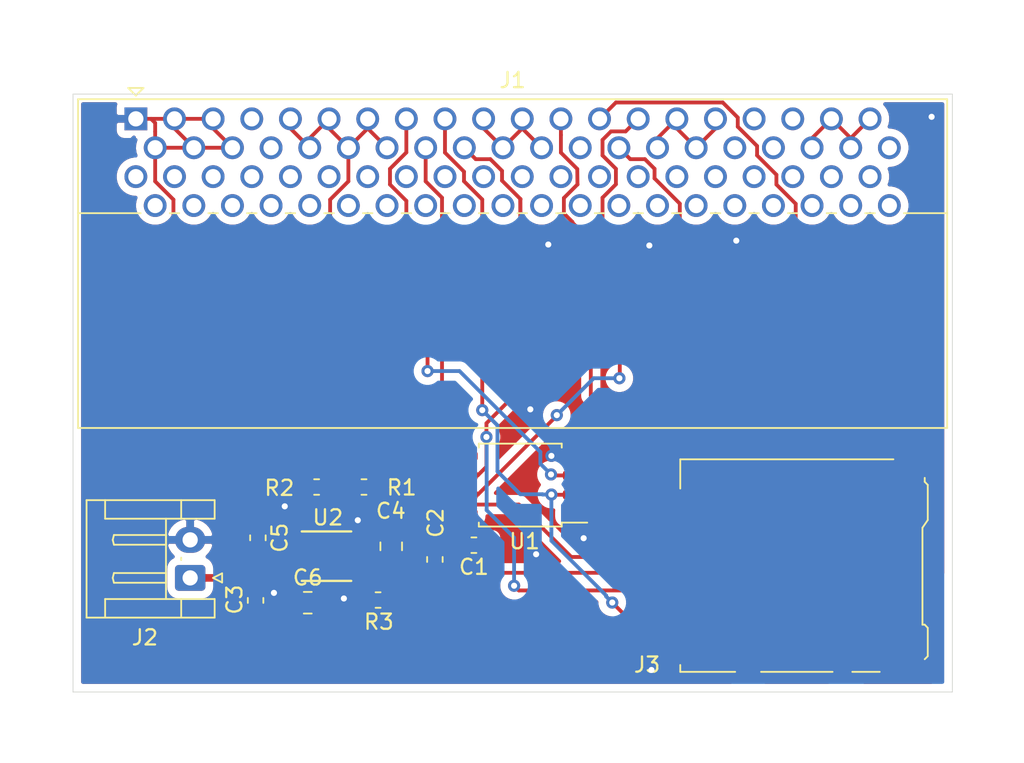
<source format=kicad_pcb>
(kicad_pcb (version 20171130) (host pcbnew "(5.1.5)-3")

  (general
    (thickness 1.6)
    (drawings 4)
    (tracks 259)
    (zones 0)
    (modules 14)
    (nets 70)
  )

  (page A4)
  (layers
    (0 F.Cu signal)
    (31 B.Cu signal)
    (32 B.Adhes user)
    (33 F.Adhes user)
    (34 B.Paste user)
    (35 F.Paste user)
    (36 B.SilkS user)
    (37 F.SilkS user)
    (38 B.Mask user)
    (39 F.Mask user)
    (40 Dwgs.User user)
    (41 Cmts.User user)
    (42 Eco1.User user)
    (43 Eco2.User user)
    (44 Edge.Cuts user)
    (45 Margin user)
    (46 B.CrtYd user)
    (47 F.CrtYd user)
    (48 B.Fab user hide)
    (49 F.Fab user hide)
  )

  (setup
    (last_trace_width 0.25)
    (user_trace_width 0.5)
    (trace_clearance 0.2)
    (zone_clearance 0.508)
    (zone_45_only no)
    (trace_min 0.2)
    (via_size 0.8)
    (via_drill 0.4)
    (via_min_size 0.4)
    (via_min_drill 0.3)
    (uvia_size 0.3)
    (uvia_drill 0.1)
    (uvias_allowed no)
    (uvia_min_size 0.2)
    (uvia_min_drill 0.1)
    (edge_width 0.05)
    (segment_width 0.2)
    (pcb_text_width 0.3)
    (pcb_text_size 1.5 1.5)
    (mod_edge_width 0.12)
    (mod_text_size 1 1)
    (mod_text_width 0.15)
    (pad_size 1.524 1.524)
    (pad_drill 0.762)
    (pad_to_mask_clearance 0.051)
    (solder_mask_min_width 0.25)
    (aux_axis_origin 0 0)
    (visible_elements 7FFFFFFF)
    (pcbplotparams
      (layerselection 0x010fc_ffffffff)
      (usegerberextensions false)
      (usegerberattributes false)
      (usegerberadvancedattributes false)
      (creategerberjobfile false)
      (excludeedgelayer true)
      (linewidth 0.100000)
      (plotframeref false)
      (viasonmask false)
      (mode 1)
      (useauxorigin false)
      (hpglpennumber 1)
      (hpglpenspeed 20)
      (hpglpendiameter 15.000000)
      (psnegative false)
      (psa4output false)
      (plotreference true)
      (plotvalue true)
      (plotinvisibletext false)
      (padsonsilk false)
      (subtractmaskfromsilk false)
      (outputformat 1)
      (mirror false)
      (drillshape 0)
      (scaleselection 1)
      (outputdirectory "gerbers/rev0/"))
  )

  (net 0 "")
  (net 1 GND)
  (net 2 "Net-(J1-Pad71)")
  (net 3 "Net-(J1-Pad55)")
  (net 4 /hold)
  (net 5 "Net-(J1-Pad37)")
  (net 6 /miso)
  (net 7 /mosi)
  (net 8 /wp)
  (net 9 /3.3V)
  (net 10 /sclk)
  (net 11 "Net-(C5-Pad2)")
  (net 12 "Net-(C5-Pad1)")
  (net 13 "Net-(J1-Pad80)")
  (net 14 "Net-(J1-Pad79)")
  (net 15 "Net-(J1-Pad78)")
  (net 16 "Net-(J1-Pad76)")
  (net 17 "Net-(J1-Pad74)")
  (net 18 "Net-(J1-Pad72)")
  (net 19 "Net-(J1-Pad70)")
  (net 20 "Net-(J1-Pad69)")
  (net 21 "Net-(J1-Pad68)")
  (net 22 "Net-(J1-Pad67)")
  (net 23 "Net-(J1-Pad66)")
  (net 24 "Net-(J1-Pad65)")
  (net 25 "Net-(J1-Pad64)")
  (net 26 "Net-(J1-Pad62)")
  (net 27 "Net-(J1-Pad60)")
  (net 28 "Net-(J1-Pad58)")
  (net 29 "Net-(J1-Pad56)")
  (net 30 "Net-(J1-Pad54)")
  (net 31 /~CS1)
  (net 32 "Net-(J1-Pad52)")
  (net 33 "Net-(J1-Pad50)")
  (net 34 /CD)
  (net 35 "Net-(J1-Pad48)")
  (net 36 "Net-(J1-Pad47)")
  (net 37 "Net-(J1-Pad46)")
  (net 38 "Net-(J1-Pad44)")
  (net 39 "Net-(J1-Pad42)")
  (net 40 "Net-(J1-Pad40)")
  (net 41 "Net-(J1-Pad38)")
  (net 42 "Net-(J1-Pad36)")
  (net 43 "Net-(J1-Pad34)")
  (net 44 "Net-(J1-Pad32)")
  (net 45 "Net-(J1-Pad30)")
  (net 46 /~CS0)
  (net 47 "Net-(J1-Pad28)")
  (net 48 "Net-(J1-Pad26)")
  (net 49 "Net-(J1-Pad24)")
  (net 50 "Net-(J1-Pad22)")
  (net 51 "Net-(J1-Pad20)")
  (net 52 "Net-(J1-Pad18)")
  (net 53 "Net-(J1-Pad16)")
  (net 54 "Net-(J1-Pad15)")
  (net 55 "Net-(J1-Pad14)")
  (net 56 "Net-(J1-Pad13)")
  (net 57 "Net-(J1-Pad12)")
  (net 58 "Net-(J1-Pad10)")
  (net 59 "Net-(J1-Pad8)")
  (net 60 "Net-(J1-Pad6)")
  (net 61 "Net-(J1-Pad4)")
  (net 62 "Net-(J1-Pad2)")
  (net 63 "Net-(J3-Pad1)")
  (net 64 "Net-(J3-Pad8)")
  (net 65 "Net-(J3-Pad9)")
  (net 66 "Net-(R1-Pad1)")
  (net 67 /VIN)
  (net 68 "Net-(R3-Pad1)")
  (net 69 "Net-(J1-Pad63)")

  (net_class Default "This is the default net class."
    (clearance 0.2)
    (trace_width 0.25)
    (via_dia 0.8)
    (via_drill 0.4)
    (uvia_dia 0.3)
    (uvia_drill 0.1)
    (add_net /3.3V)
    (add_net /CD)
    (add_net /VIN)
    (add_net /hold)
    (add_net /miso)
    (add_net /mosi)
    (add_net /sclk)
    (add_net /wp)
    (add_net /~CS0)
    (add_net /~CS1)
    (add_net GND)
    (add_net "Net-(C5-Pad1)")
    (add_net "Net-(C5-Pad2)")
    (add_net "Net-(J1-Pad10)")
    (add_net "Net-(J1-Pad12)")
    (add_net "Net-(J1-Pad13)")
    (add_net "Net-(J1-Pad14)")
    (add_net "Net-(J1-Pad15)")
    (add_net "Net-(J1-Pad16)")
    (add_net "Net-(J1-Pad18)")
    (add_net "Net-(J1-Pad2)")
    (add_net "Net-(J1-Pad20)")
    (add_net "Net-(J1-Pad22)")
    (add_net "Net-(J1-Pad24)")
    (add_net "Net-(J1-Pad26)")
    (add_net "Net-(J1-Pad28)")
    (add_net "Net-(J1-Pad30)")
    (add_net "Net-(J1-Pad32)")
    (add_net "Net-(J1-Pad34)")
    (add_net "Net-(J1-Pad36)")
    (add_net "Net-(J1-Pad37)")
    (add_net "Net-(J1-Pad38)")
    (add_net "Net-(J1-Pad4)")
    (add_net "Net-(J1-Pad40)")
    (add_net "Net-(J1-Pad42)")
    (add_net "Net-(J1-Pad44)")
    (add_net "Net-(J1-Pad46)")
    (add_net "Net-(J1-Pad47)")
    (add_net "Net-(J1-Pad48)")
    (add_net "Net-(J1-Pad50)")
    (add_net "Net-(J1-Pad52)")
    (add_net "Net-(J1-Pad54)")
    (add_net "Net-(J1-Pad55)")
    (add_net "Net-(J1-Pad56)")
    (add_net "Net-(J1-Pad58)")
    (add_net "Net-(J1-Pad6)")
    (add_net "Net-(J1-Pad60)")
    (add_net "Net-(J1-Pad62)")
    (add_net "Net-(J1-Pad63)")
    (add_net "Net-(J1-Pad64)")
    (add_net "Net-(J1-Pad65)")
    (add_net "Net-(J1-Pad66)")
    (add_net "Net-(J1-Pad67)")
    (add_net "Net-(J1-Pad68)")
    (add_net "Net-(J1-Pad69)")
    (add_net "Net-(J1-Pad70)")
    (add_net "Net-(J1-Pad71)")
    (add_net "Net-(J1-Pad72)")
    (add_net "Net-(J1-Pad74)")
    (add_net "Net-(J1-Pad76)")
    (add_net "Net-(J1-Pad78)")
    (add_net "Net-(J1-Pad79)")
    (add_net "Net-(J1-Pad8)")
    (add_net "Net-(J1-Pad80)")
    (add_net "Net-(J3-Pad1)")
    (add_net "Net-(J3-Pad8)")
    (add_net "Net-(J3-Pad9)")
    (add_net "Net-(R1-Pad1)")
    (add_net "Net-(R3-Pad1)")
  )

  (module Capacitor_SMD:C_0805_2012Metric (layer F.Cu) (tedit 5B36C52B) (tstamp 5EC84223)
    (at 158.2293 107.6325)
    (descr "Capacitor SMD 0805 (2012 Metric), square (rectangular) end terminal, IPC_7351 nominal, (Body size source: https://docs.google.com/spreadsheets/d/1BsfQQcO9C6DZCsRaXUlFlo91Tg2WpOkGARC1WS5S8t0/edit?usp=sharing), generated with kicad-footprint-generator")
    (tags capacitor)
    (path /5ECB2BF5)
    (attr smd)
    (fp_text reference C6 (at 0 -1.65) (layer F.SilkS)
      (effects (font (size 1 1) (thickness 0.15)))
    )
    (fp_text value 10uF (at 0 1.65) (layer F.Fab)
      (effects (font (size 1 1) (thickness 0.15)))
    )
    (fp_text user %R (at 0 0) (layer F.Fab)
      (effects (font (size 0.5 0.5) (thickness 0.08)))
    )
    (fp_line (start 1.68 0.95) (end -1.68 0.95) (layer F.CrtYd) (width 0.05))
    (fp_line (start 1.68 -0.95) (end 1.68 0.95) (layer F.CrtYd) (width 0.05))
    (fp_line (start -1.68 -0.95) (end 1.68 -0.95) (layer F.CrtYd) (width 0.05))
    (fp_line (start -1.68 0.95) (end -1.68 -0.95) (layer F.CrtYd) (width 0.05))
    (fp_line (start -0.258578 0.71) (end 0.258578 0.71) (layer F.SilkS) (width 0.12))
    (fp_line (start -0.258578 -0.71) (end 0.258578 -0.71) (layer F.SilkS) (width 0.12))
    (fp_line (start 1 0.6) (end -1 0.6) (layer F.Fab) (width 0.1))
    (fp_line (start 1 -0.6) (end 1 0.6) (layer F.Fab) (width 0.1))
    (fp_line (start -1 -0.6) (end 1 -0.6) (layer F.Fab) (width 0.1))
    (fp_line (start -1 0.6) (end -1 -0.6) (layer F.Fab) (width 0.1))
    (pad 2 smd roundrect (at 0.9375 0) (size 0.975 1.4) (layers F.Cu F.Paste F.Mask) (roundrect_rratio 0.25)
      (net 67 /VIN))
    (pad 1 smd roundrect (at -0.9375 0) (size 0.975 1.4) (layers F.Cu F.Paste F.Mask) (roundrect_rratio 0.25)
      (net 1 GND))
    (model ${KISYS3DMOD}/Capacitor_SMD.3dshapes/C_0805_2012Metric.wrl
      (at (xyz 0 0 0))
      (scale (xyz 1 1 1))
      (rotate (xyz 0 0 0))
    )
  )

  (module Capacitor_SMD:C_0603_1608Metric (layer F.Cu) (tedit 5B301BBE) (tstamp 5EC84212)
    (at 154.9527 103.3653 270)
    (descr "Capacitor SMD 0603 (1608 Metric), square (rectangular) end terminal, IPC_7351 nominal, (Body size source: http://www.tortai-tech.com/upload/download/2011102023233369053.pdf), generated with kicad-footprint-generator")
    (tags capacitor)
    (path /5EC9866C)
    (attr smd)
    (fp_text reference C5 (at 0 -1.43 90) (layer F.SilkS)
      (effects (font (size 1 1) (thickness 0.15)))
    )
    (fp_text value 1uF (at 0 1.43 90) (layer F.Fab)
      (effects (font (size 1 1) (thickness 0.15)))
    )
    (fp_text user %R (at 0 0 90) (layer F.Fab)
      (effects (font (size 0.4 0.4) (thickness 0.06)))
    )
    (fp_line (start 1.48 0.73) (end -1.48 0.73) (layer F.CrtYd) (width 0.05))
    (fp_line (start 1.48 -0.73) (end 1.48 0.73) (layer F.CrtYd) (width 0.05))
    (fp_line (start -1.48 -0.73) (end 1.48 -0.73) (layer F.CrtYd) (width 0.05))
    (fp_line (start -1.48 0.73) (end -1.48 -0.73) (layer F.CrtYd) (width 0.05))
    (fp_line (start -0.162779 0.51) (end 0.162779 0.51) (layer F.SilkS) (width 0.12))
    (fp_line (start -0.162779 -0.51) (end 0.162779 -0.51) (layer F.SilkS) (width 0.12))
    (fp_line (start 0.8 0.4) (end -0.8 0.4) (layer F.Fab) (width 0.1))
    (fp_line (start 0.8 -0.4) (end 0.8 0.4) (layer F.Fab) (width 0.1))
    (fp_line (start -0.8 -0.4) (end 0.8 -0.4) (layer F.Fab) (width 0.1))
    (fp_line (start -0.8 0.4) (end -0.8 -0.4) (layer F.Fab) (width 0.1))
    (pad 2 smd roundrect (at 0.7875 0 270) (size 0.875 0.95) (layers F.Cu F.Paste F.Mask) (roundrect_rratio 0.25)
      (net 11 "Net-(C5-Pad2)"))
    (pad 1 smd roundrect (at -0.7875 0 270) (size 0.875 0.95) (layers F.Cu F.Paste F.Mask) (roundrect_rratio 0.25)
      (net 12 "Net-(C5-Pad1)"))
    (model ${KISYS3DMOD}/Capacitor_SMD.3dshapes/C_0603_1608Metric.wrl
      (at (xyz 0 0 0))
      (scale (xyz 1 1 1))
      (rotate (xyz 0 0 0))
    )
  )

  (module Capacitor_SMD:C_0805_2012Metric (layer F.Cu) (tedit 5B36C52B) (tstamp 5EC84201)
    (at 163.7157 103.9241 270)
    (descr "Capacitor SMD 0805 (2012 Metric), square (rectangular) end terminal, IPC_7351 nominal, (Body size source: https://docs.google.com/spreadsheets/d/1BsfQQcO9C6DZCsRaXUlFlo91Tg2WpOkGARC1WS5S8t0/edit?usp=sharing), generated with kicad-footprint-generator")
    (tags capacitor)
    (path /5ED34BC1)
    (attr smd)
    (fp_text reference C4 (at -2.3241 0.0254 180) (layer F.SilkS)
      (effects (font (size 1 1) (thickness 0.15)))
    )
    (fp_text value 10uF (at 0 1.65 90) (layer F.Fab)
      (effects (font (size 1 1) (thickness 0.15)))
    )
    (fp_text user %R (at 0 0 90) (layer F.Fab)
      (effects (font (size 0.5 0.5) (thickness 0.08)))
    )
    (fp_line (start 1.68 0.95) (end -1.68 0.95) (layer F.CrtYd) (width 0.05))
    (fp_line (start 1.68 -0.95) (end 1.68 0.95) (layer F.CrtYd) (width 0.05))
    (fp_line (start -1.68 -0.95) (end 1.68 -0.95) (layer F.CrtYd) (width 0.05))
    (fp_line (start -1.68 0.95) (end -1.68 -0.95) (layer F.CrtYd) (width 0.05))
    (fp_line (start -0.258578 0.71) (end 0.258578 0.71) (layer F.SilkS) (width 0.12))
    (fp_line (start -0.258578 -0.71) (end 0.258578 -0.71) (layer F.SilkS) (width 0.12))
    (fp_line (start 1 0.6) (end -1 0.6) (layer F.Fab) (width 0.1))
    (fp_line (start 1 -0.6) (end 1 0.6) (layer F.Fab) (width 0.1))
    (fp_line (start -1 -0.6) (end 1 -0.6) (layer F.Fab) (width 0.1))
    (fp_line (start -1 0.6) (end -1 -0.6) (layer F.Fab) (width 0.1))
    (pad 2 smd roundrect (at 0.9375 0 270) (size 0.975 1.4) (layers F.Cu F.Paste F.Mask) (roundrect_rratio 0.25)
      (net 9 /3.3V))
    (pad 1 smd roundrect (at -0.9375 0 270) (size 0.975 1.4) (layers F.Cu F.Paste F.Mask) (roundrect_rratio 0.25)
      (net 1 GND))
    (model ${KISYS3DMOD}/Capacitor_SMD.3dshapes/C_0805_2012Metric.wrl
      (at (xyz 0 0 0))
      (scale (xyz 1 1 1))
      (rotate (xyz 0 0 0))
    )
  )

  (module Capacitor_SMD:C_0603_1608Metric (layer F.Cu) (tedit 5B301BBE) (tstamp 5EC6CA29)
    (at 154.8003 107.4801 270)
    (descr "Capacitor SMD 0603 (1608 Metric), square (rectangular) end terminal, IPC_7351 nominal, (Body size source: http://www.tortai-tech.com/upload/download/2011102023233369053.pdf), generated with kicad-footprint-generator")
    (tags capacitor)
    (path /5ECA190C)
    (attr smd)
    (fp_text reference C3 (at -0.0508 1.3843 90) (layer F.SilkS)
      (effects (font (size 1 1) (thickness 0.15)))
    )
    (fp_text value 1uF (at 0 1.43 90) (layer F.Fab)
      (effects (font (size 1 1) (thickness 0.15)))
    )
    (fp_text user %R (at 0 0 90) (layer F.Fab)
      (effects (font (size 0.4 0.4) (thickness 0.06)))
    )
    (fp_line (start 1.48 0.73) (end -1.48 0.73) (layer F.CrtYd) (width 0.05))
    (fp_line (start 1.48 -0.73) (end 1.48 0.73) (layer F.CrtYd) (width 0.05))
    (fp_line (start -1.48 -0.73) (end 1.48 -0.73) (layer F.CrtYd) (width 0.05))
    (fp_line (start -1.48 0.73) (end -1.48 -0.73) (layer F.CrtYd) (width 0.05))
    (fp_line (start -0.162779 0.51) (end 0.162779 0.51) (layer F.SilkS) (width 0.12))
    (fp_line (start -0.162779 -0.51) (end 0.162779 -0.51) (layer F.SilkS) (width 0.12))
    (fp_line (start 0.8 0.4) (end -0.8 0.4) (layer F.Fab) (width 0.1))
    (fp_line (start 0.8 -0.4) (end 0.8 0.4) (layer F.Fab) (width 0.1))
    (fp_line (start -0.8 -0.4) (end 0.8 -0.4) (layer F.Fab) (width 0.1))
    (fp_line (start -0.8 0.4) (end -0.8 -0.4) (layer F.Fab) (width 0.1))
    (pad 2 smd roundrect (at 0.7875 0 270) (size 0.875 0.95) (layers F.Cu F.Paste F.Mask) (roundrect_rratio 0.25)
      (net 67 /VIN))
    (pad 1 smd roundrect (at -0.7875 0 270) (size 0.875 0.95) (layers F.Cu F.Paste F.Mask) (roundrect_rratio 0.25)
      (net 1 GND))
    (model ${KISYS3DMOD}/Capacitor_SMD.3dshapes/C_0603_1608Metric.wrl
      (at (xyz 0 0 0))
      (scale (xyz 1 1 1))
      (rotate (xyz 0 0 0))
    )
  )

  (module Capacitor_SMD:C_0603_1608Metric (layer F.Cu) (tedit 5B301BBE) (tstamp 5EC650BB)
    (at 166.5859 104.7877 90)
    (descr "Capacitor SMD 0603 (1608 Metric), square (rectangular) end terminal, IPC_7351 nominal, (Body size source: http://www.tortai-tech.com/upload/download/2011102023233369053.pdf), generated with kicad-footprint-generator")
    (tags capacitor)
    (path /5EC738B4)
    (attr smd)
    (fp_text reference C2 (at 2.4003 0.0508 90) (layer F.SilkS)
      (effects (font (size 1 1) (thickness 0.15)))
    )
    (fp_text value 1uF (at 0 1.43 90) (layer F.Fab)
      (effects (font (size 1 1) (thickness 0.15)))
    )
    (fp_text user %R (at 0 0 90) (layer F.Fab)
      (effects (font (size 0.4 0.4) (thickness 0.06)))
    )
    (fp_line (start 1.48 0.73) (end -1.48 0.73) (layer F.CrtYd) (width 0.05))
    (fp_line (start 1.48 -0.73) (end 1.48 0.73) (layer F.CrtYd) (width 0.05))
    (fp_line (start -1.48 -0.73) (end 1.48 -0.73) (layer F.CrtYd) (width 0.05))
    (fp_line (start -1.48 0.73) (end -1.48 -0.73) (layer F.CrtYd) (width 0.05))
    (fp_line (start -0.162779 0.51) (end 0.162779 0.51) (layer F.SilkS) (width 0.12))
    (fp_line (start -0.162779 -0.51) (end 0.162779 -0.51) (layer F.SilkS) (width 0.12))
    (fp_line (start 0.8 0.4) (end -0.8 0.4) (layer F.Fab) (width 0.1))
    (fp_line (start 0.8 -0.4) (end 0.8 0.4) (layer F.Fab) (width 0.1))
    (fp_line (start -0.8 -0.4) (end 0.8 -0.4) (layer F.Fab) (width 0.1))
    (fp_line (start -0.8 0.4) (end -0.8 -0.4) (layer F.Fab) (width 0.1))
    (pad 2 smd roundrect (at 0.7875 0 90) (size 0.875 0.95) (layers F.Cu F.Paste F.Mask) (roundrect_rratio 0.25)
      (net 9 /3.3V))
    (pad 1 smd roundrect (at -0.7875 0 90) (size 0.875 0.95) (layers F.Cu F.Paste F.Mask) (roundrect_rratio 0.25)
      (net 1 GND))
    (model ${KISYS3DMOD}/Capacitor_SMD.3dshapes/C_0603_1608Metric.wrl
      (at (xyz 0 0 0))
      (scale (xyz 1 1 1))
      (rotate (xyz 0 0 0))
    )
  )

  (module Capacitor_SMD:C_0603_1608Metric (layer F.Cu) (tedit 5B301BBE) (tstamp 5EC650AA)
    (at 169.15 103.85 180)
    (descr "Capacitor SMD 0603 (1608 Metric), square (rectangular) end terminal, IPC_7351 nominal, (Body size source: http://www.tortai-tech.com/upload/download/2011102023233369053.pdf), generated with kicad-footprint-generator")
    (tags capacitor)
    (path /5EC69CB4)
    (attr smd)
    (fp_text reference C1 (at 0 -1.43) (layer F.SilkS)
      (effects (font (size 1 1) (thickness 0.15)))
    )
    (fp_text value 100nF (at 0 1.43) (layer F.Fab)
      (effects (font (size 1 1) (thickness 0.15)))
    )
    (fp_text user %R (at 0 0) (layer F.Fab)
      (effects (font (size 0.4 0.4) (thickness 0.06)))
    )
    (fp_line (start 1.48 0.73) (end -1.48 0.73) (layer F.CrtYd) (width 0.05))
    (fp_line (start 1.48 -0.73) (end 1.48 0.73) (layer F.CrtYd) (width 0.05))
    (fp_line (start -1.48 -0.73) (end 1.48 -0.73) (layer F.CrtYd) (width 0.05))
    (fp_line (start -1.48 0.73) (end -1.48 -0.73) (layer F.CrtYd) (width 0.05))
    (fp_line (start -0.162779 0.51) (end 0.162779 0.51) (layer F.SilkS) (width 0.12))
    (fp_line (start -0.162779 -0.51) (end 0.162779 -0.51) (layer F.SilkS) (width 0.12))
    (fp_line (start 0.8 0.4) (end -0.8 0.4) (layer F.Fab) (width 0.1))
    (fp_line (start 0.8 -0.4) (end 0.8 0.4) (layer F.Fab) (width 0.1))
    (fp_line (start -0.8 -0.4) (end 0.8 -0.4) (layer F.Fab) (width 0.1))
    (fp_line (start -0.8 0.4) (end -0.8 -0.4) (layer F.Fab) (width 0.1))
    (pad 2 smd roundrect (at 0.7875 0 180) (size 0.875 0.95) (layers F.Cu F.Paste F.Mask) (roundrect_rratio 0.25)
      (net 9 /3.3V))
    (pad 1 smd roundrect (at -0.7875 0 180) (size 0.875 0.95) (layers F.Cu F.Paste F.Mask) (roundrect_rratio 0.25)
      (net 1 GND))
    (model ${KISYS3DMOD}/Capacitor_SMD.3dshapes/C_0603_1608Metric.wrl
      (at (xyz 0 0 0))
      (scale (xyz 1 1 1))
      (rotate (xyz 0 0 0))
    )
  )

  (module 0my_footprints:MCP1253-ADJI_MS (layer F.Cu) (tedit 0) (tstamp 5EC84538)
    (at 159.4612 104.5718 180)
    (path /5ECB15E8)
    (attr smd)
    (fp_text reference U2 (at -0.0889 2.54) (layer F.SilkS)
      (effects (font (size 1 1) (thickness 0.15)))
    )
    (fp_text value MCP1253-ADJI_MS (at 0 0) (layer F.SilkS) hide
      (effects (font (size 1 1) (thickness 0.15)))
    )
    (fp_arc (start 0 -1.4986) (end 0.3048 -1.4986) (angle 180) (layer F.Fab) (width 0.1524))
    (fp_line (start -1.7526 1.4576) (end -3.0607 1.4576) (layer F.CrtYd) (width 0.1524))
    (fp_line (start -1.7526 1.7526) (end -1.7526 1.4576) (layer F.CrtYd) (width 0.1524))
    (fp_line (start 1.7526 1.7526) (end -1.7526 1.7526) (layer F.CrtYd) (width 0.1524))
    (fp_line (start 1.7526 1.4576) (end 1.7526 1.7526) (layer F.CrtYd) (width 0.1524))
    (fp_line (start 3.0607 1.4576) (end 1.7526 1.4576) (layer F.CrtYd) (width 0.1524))
    (fp_line (start 3.0607 -1.4576) (end 3.0607 1.4576) (layer F.CrtYd) (width 0.1524))
    (fp_line (start 1.7526 -1.4576) (end 3.0607 -1.4576) (layer F.CrtYd) (width 0.1524))
    (fp_line (start 1.7526 -1.7526) (end 1.7526 -1.4576) (layer F.CrtYd) (width 0.1524))
    (fp_line (start -1.7526 -1.7526) (end 1.7526 -1.7526) (layer F.CrtYd) (width 0.1524))
    (fp_line (start -1.7526 -1.4576) (end -1.7526 -1.7526) (layer F.CrtYd) (width 0.1524))
    (fp_line (start -3.0607 -1.4576) (end -1.7526 -1.4576) (layer F.CrtYd) (width 0.1524))
    (fp_line (start -3.0607 1.4576) (end -3.0607 -1.4576) (layer F.CrtYd) (width 0.1524))
    (fp_line (start -1.4986 -1.4986) (end -1.4986 1.4986) (layer F.Fab) (width 0.1524))
    (fp_line (start 1.4986 -1.4986) (end -1.4986 -1.4986) (layer F.Fab) (width 0.1524))
    (fp_line (start 1.4986 1.4986) (end 1.4986 -1.4986) (layer F.Fab) (width 0.1524))
    (fp_line (start -1.4986 1.4986) (end 1.4986 1.4986) (layer F.Fab) (width 0.1524))
    (fp_line (start 1.6256 -1.6256) (end -1.6256 -1.6256) (layer F.SilkS) (width 0.1524))
    (fp_line (start -1.6256 1.6256) (end 1.6256 1.6256) (layer F.SilkS) (width 0.1524))
    (fp_line (start 2.4511 -1.1782) (end 1.4986 -1.1782) (layer F.Fab) (width 0.1524))
    (fp_line (start 2.4511 -0.7718) (end 2.4511 -1.1782) (layer F.Fab) (width 0.1524))
    (fp_line (start 1.4986 -0.7718) (end 2.4511 -0.7718) (layer F.Fab) (width 0.1524))
    (fp_line (start 1.4986 -1.1782) (end 1.4986 -0.7718) (layer F.Fab) (width 0.1524))
    (fp_line (start 2.4511 -0.5282) (end 1.4986 -0.5282) (layer F.Fab) (width 0.1524))
    (fp_line (start 2.4511 -0.1218) (end 2.4511 -0.5282) (layer F.Fab) (width 0.1524))
    (fp_line (start 1.4986 -0.1218) (end 2.4511 -0.1218) (layer F.Fab) (width 0.1524))
    (fp_line (start 1.4986 -0.5282) (end 1.4986 -0.1218) (layer F.Fab) (width 0.1524))
    (fp_line (start 2.4511 0.1218) (end 1.4986 0.1218) (layer F.Fab) (width 0.1524))
    (fp_line (start 2.4511 0.5282) (end 2.4511 0.1218) (layer F.Fab) (width 0.1524))
    (fp_line (start 1.4986 0.5282) (end 2.4511 0.5282) (layer F.Fab) (width 0.1524))
    (fp_line (start 1.4986 0.1218) (end 1.4986 0.5282) (layer F.Fab) (width 0.1524))
    (fp_line (start 2.4511 0.7718) (end 1.4986 0.7718) (layer F.Fab) (width 0.1524))
    (fp_line (start 2.4511 1.1782) (end 2.4511 0.7718) (layer F.Fab) (width 0.1524))
    (fp_line (start 1.4986 1.1782) (end 2.4511 1.1782) (layer F.Fab) (width 0.1524))
    (fp_line (start 1.4986 0.7718) (end 1.4986 1.1782) (layer F.Fab) (width 0.1524))
    (fp_line (start -2.4511 1.1782) (end -1.4986 1.1782) (layer F.Fab) (width 0.1524))
    (fp_line (start -2.4511 0.7718) (end -2.4511 1.1782) (layer F.Fab) (width 0.1524))
    (fp_line (start -1.4986 0.7718) (end -2.4511 0.7718) (layer F.Fab) (width 0.1524))
    (fp_line (start -1.4986 1.1782) (end -1.4986 0.7718) (layer F.Fab) (width 0.1524))
    (fp_line (start -2.4511 0.5282) (end -1.4986 0.5282) (layer F.Fab) (width 0.1524))
    (fp_line (start -2.4511 0.1218) (end -2.4511 0.5282) (layer F.Fab) (width 0.1524))
    (fp_line (start -1.4986 0.1218) (end -2.4511 0.1218) (layer F.Fab) (width 0.1524))
    (fp_line (start -1.4986 0.5282) (end -1.4986 0.1218) (layer F.Fab) (width 0.1524))
    (fp_line (start -2.4511 -0.1218) (end -1.4986 -0.1218) (layer F.Fab) (width 0.1524))
    (fp_line (start -2.4511 -0.5282) (end -2.4511 -0.1218) (layer F.Fab) (width 0.1524))
    (fp_line (start -1.4986 -0.5282) (end -2.4511 -0.5282) (layer F.Fab) (width 0.1524))
    (fp_line (start -1.4986 -0.1218) (end -1.4986 -0.5282) (layer F.Fab) (width 0.1524))
    (fp_line (start -2.4511 -0.7718) (end -1.4986 -0.7718) (layer F.Fab) (width 0.1524))
    (fp_line (start -2.4511 -1.1782) (end -2.4511 -0.7718) (layer F.Fab) (width 0.1524))
    (fp_line (start -1.4986 -1.1782) (end -2.4511 -1.1782) (layer F.Fab) (width 0.1524))
    (fp_line (start -1.4986 -0.7718) (end -1.4986 -1.1782) (layer F.Fab) (width 0.1524))
    (pad 8 smd rect (at 2.0447 -0.974999 180) (size 1.524 0.4572) (layers F.Cu F.Paste F.Mask)
      (net 66 "Net-(R1-Pad1)"))
    (pad 7 smd rect (at 2.0447 -0.325001 180) (size 1.524 0.4572) (layers F.Cu F.Paste F.Mask)
      (net 67 /VIN))
    (pad 6 smd rect (at 2.0447 0.325001 180) (size 1.524 0.4572) (layers F.Cu F.Paste F.Mask)
      (net 11 "Net-(C5-Pad2)"))
    (pad 5 smd rect (at 2.0447 0.974999 180) (size 1.524 0.4572) (layers F.Cu F.Paste F.Mask)
      (net 12 "Net-(C5-Pad1)"))
    (pad 4 smd rect (at -2.0447 0.974999 180) (size 1.524 0.4572) (layers F.Cu F.Paste F.Mask)
      (net 1 GND))
    (pad 3 smd rect (at -2.0447 0.325001 180) (size 1.524 0.4572) (layers F.Cu F.Paste F.Mask)
      (net 67 /VIN))
    (pad 2 smd rect (at -2.0447 -0.325001 180) (size 1.524 0.4572) (layers F.Cu F.Paste F.Mask)
      (net 9 /3.3V))
    (pad 1 smd rect (at -2.0447 -0.974999 180) (size 1.524 0.4572) (layers F.Cu F.Paste F.Mask)
      (net 68 "Net-(R3-Pad1)"))
  )

  (module Resistor_SMD:R_0603_1608Metric (layer F.Cu) (tedit 5B301BBD) (tstamp 5EC844B4)
    (at 162.8521 107.4547)
    (descr "Resistor SMD 0603 (1608 Metric), square (rectangular) end terminal, IPC_7351 nominal, (Body size source: http://www.tortai-tech.com/upload/download/2011102023233369053.pdf), generated with kicad-footprint-generator")
    (tags resistor)
    (path /5ED168ED)
    (attr smd)
    (fp_text reference R3 (at 0.0508 1.4351) (layer F.SilkS)
      (effects (font (size 1 1) (thickness 0.15)))
    )
    (fp_text value 100K (at 0 1.43) (layer F.Fab)
      (effects (font (size 1 1) (thickness 0.15)))
    )
    (fp_text user %R (at 0 0) (layer F.Fab)
      (effects (font (size 0.4 0.4) (thickness 0.06)))
    )
    (fp_line (start 1.48 0.73) (end -1.48 0.73) (layer F.CrtYd) (width 0.05))
    (fp_line (start 1.48 -0.73) (end 1.48 0.73) (layer F.CrtYd) (width 0.05))
    (fp_line (start -1.48 -0.73) (end 1.48 -0.73) (layer F.CrtYd) (width 0.05))
    (fp_line (start -1.48 0.73) (end -1.48 -0.73) (layer F.CrtYd) (width 0.05))
    (fp_line (start -0.162779 0.51) (end 0.162779 0.51) (layer F.SilkS) (width 0.12))
    (fp_line (start -0.162779 -0.51) (end 0.162779 -0.51) (layer F.SilkS) (width 0.12))
    (fp_line (start 0.8 0.4) (end -0.8 0.4) (layer F.Fab) (width 0.1))
    (fp_line (start 0.8 -0.4) (end 0.8 0.4) (layer F.Fab) (width 0.1))
    (fp_line (start -0.8 -0.4) (end 0.8 -0.4) (layer F.Fab) (width 0.1))
    (fp_line (start -0.8 0.4) (end -0.8 -0.4) (layer F.Fab) (width 0.1))
    (pad 2 smd roundrect (at 0.7875 0) (size 0.875 0.95) (layers F.Cu F.Paste F.Mask) (roundrect_rratio 0.25)
      (net 9 /3.3V))
    (pad 1 smd roundrect (at -0.7875 0) (size 0.875 0.95) (layers F.Cu F.Paste F.Mask) (roundrect_rratio 0.25)
      (net 68 "Net-(R3-Pad1)"))
    (model ${KISYS3DMOD}/Resistor_SMD.3dshapes/R_0603_1608Metric.wrl
      (at (xyz 0 0 0))
      (scale (xyz 1 1 1))
      (rotate (xyz 0 0 0))
    )
  )

  (module Resistor_SMD:R_0603_1608Metric (layer F.Cu) (tedit 5B301BBD) (tstamp 5EC844A3)
    (at 158.8135 100.0252 180)
    (descr "Resistor SMD 0603 (1608 Metric), square (rectangular) end terminal, IPC_7351 nominal, (Body size source: http://www.tortai-tech.com/upload/download/2011102023233369053.pdf), generated with kicad-footprint-generator")
    (tags resistor)
    (path /5ECFB015)
    (attr smd)
    (fp_text reference R2 (at 2.4511 -0.0635) (layer F.SilkS)
      (effects (font (size 1 1) (thickness 0.15)))
    )
    (fp_text value 10K (at 0 1.43) (layer F.Fab)
      (effects (font (size 1 1) (thickness 0.15)))
    )
    (fp_text user %R (at 0 0) (layer F.Fab)
      (effects (font (size 0.4 0.4) (thickness 0.06)))
    )
    (fp_line (start 1.48 0.73) (end -1.48 0.73) (layer F.CrtYd) (width 0.05))
    (fp_line (start 1.48 -0.73) (end 1.48 0.73) (layer F.CrtYd) (width 0.05))
    (fp_line (start -1.48 -0.73) (end 1.48 -0.73) (layer F.CrtYd) (width 0.05))
    (fp_line (start -1.48 0.73) (end -1.48 -0.73) (layer F.CrtYd) (width 0.05))
    (fp_line (start -0.162779 0.51) (end 0.162779 0.51) (layer F.SilkS) (width 0.12))
    (fp_line (start -0.162779 -0.51) (end 0.162779 -0.51) (layer F.SilkS) (width 0.12))
    (fp_line (start 0.8 0.4) (end -0.8 0.4) (layer F.Fab) (width 0.1))
    (fp_line (start 0.8 -0.4) (end 0.8 0.4) (layer F.Fab) (width 0.1))
    (fp_line (start -0.8 -0.4) (end 0.8 -0.4) (layer F.Fab) (width 0.1))
    (fp_line (start -0.8 0.4) (end -0.8 -0.4) (layer F.Fab) (width 0.1))
    (pad 2 smd roundrect (at 0.7875 0 180) (size 0.875 0.95) (layers F.Cu F.Paste F.Mask) (roundrect_rratio 0.25)
      (net 1 GND))
    (pad 1 smd roundrect (at -0.7875 0 180) (size 0.875 0.95) (layers F.Cu F.Paste F.Mask) (roundrect_rratio 0.25)
      (net 66 "Net-(R1-Pad1)"))
    (model ${KISYS3DMOD}/Resistor_SMD.3dshapes/R_0603_1608Metric.wrl
      (at (xyz 0 0 0))
      (scale (xyz 1 1 1))
      (rotate (xyz 0 0 0))
    )
  )

  (module Resistor_SMD:R_0603_1608Metric (layer F.Cu) (tedit 5B301BBD) (tstamp 5EC84492)
    (at 161.925 100.0252)
    (descr "Resistor SMD 0603 (1608 Metric), square (rectangular) end terminal, IPC_7351 nominal, (Body size source: http://www.tortai-tech.com/upload/download/2011102023233369053.pdf), generated with kicad-footprint-generator")
    (tags resistor)
    (path /5ECFB8BA)
    (attr smd)
    (fp_text reference R1 (at 2.4765 0.0381) (layer F.SilkS)
      (effects (font (size 1 1) (thickness 0.15)))
    )
    (fp_text value 17K4 (at 0 1.43) (layer F.Fab)
      (effects (font (size 1 1) (thickness 0.15)))
    )
    (fp_text user %R (at 0 0) (layer F.Fab)
      (effects (font (size 0.4 0.4) (thickness 0.06)))
    )
    (fp_line (start 1.48 0.73) (end -1.48 0.73) (layer F.CrtYd) (width 0.05))
    (fp_line (start 1.48 -0.73) (end 1.48 0.73) (layer F.CrtYd) (width 0.05))
    (fp_line (start -1.48 -0.73) (end 1.48 -0.73) (layer F.CrtYd) (width 0.05))
    (fp_line (start -1.48 0.73) (end -1.48 -0.73) (layer F.CrtYd) (width 0.05))
    (fp_line (start -0.162779 0.51) (end 0.162779 0.51) (layer F.SilkS) (width 0.12))
    (fp_line (start -0.162779 -0.51) (end 0.162779 -0.51) (layer F.SilkS) (width 0.12))
    (fp_line (start 0.8 0.4) (end -0.8 0.4) (layer F.Fab) (width 0.1))
    (fp_line (start 0.8 -0.4) (end 0.8 0.4) (layer F.Fab) (width 0.1))
    (fp_line (start -0.8 -0.4) (end 0.8 -0.4) (layer F.Fab) (width 0.1))
    (fp_line (start -0.8 0.4) (end -0.8 -0.4) (layer F.Fab) (width 0.1))
    (pad 2 smd roundrect (at 0.7875 0) (size 0.875 0.95) (layers F.Cu F.Paste F.Mask) (roundrect_rratio 0.25)
      (net 9 /3.3V))
    (pad 1 smd roundrect (at -0.7875 0) (size 0.875 0.95) (layers F.Cu F.Paste F.Mask) (roundrect_rratio 0.25)
      (net 66 "Net-(R1-Pad1)"))
    (model ${KISYS3DMOD}/Resistor_SMD.3dshapes/R_0603_1608Metric.wrl
      (at (xyz 0 0 0))
      (scale (xyz 1 1 1))
      (rotate (xyz 0 0 0))
    )
  )

  (module Connector_Card:microSD_HC_Hirose_DM3AT-SF-PEJM5 (layer F.Cu) (tedit 5A1DBFB5) (tstamp 5EC6D0A6)
    (at 190.6 105.2 90)
    (descr "Micro SD, SMD, right-angle, push-pull (https://www.hirose.com/product/en/download_file/key_name/DM3AT-SF-PEJM5/category/Drawing%20(2D)/doc_file_id/44099/?file_category_id=6&item_id=06090031000&is_series=)")
    (tags "Micro SD")
    (path /5ECA2AC0)
    (attr smd)
    (fp_text reference J3 (at -6.5092 -10.0662 180) (layer F.SilkS)
      (effects (font (size 1 1) (thickness 0.15)))
    )
    (fp_text value Micro_SD_Card_Det_Hirose_DM3AT (at -0.075 9.575 90) (layer F.Fab)
      (effects (font (size 1 1) (thickness 0.15)))
    )
    (fp_arc (start -5.425 13.225) (end -5.425 13.725) (angle 90) (layer F.Fab) (width 0.1))
    (fp_arc (start 4.575 13.225) (end 5.075 13.225) (angle 90) (layer F.Fab) (width 0.1))
    (fp_arc (start -5.425 9.225) (end -5.425 9.725) (angle 90) (layer F.Fab) (width 0.1))
    (fp_arc (start 4.575 9.225) (end 5.075 9.225) (angle 90) (layer F.Fab) (width 0.1))
    (fp_line (start 3.275 -1.525) (end 2.7 -1.125) (layer Dwgs.User) (width 0.1))
    (fp_line (start 3.275 -2.025) (end 2 -1.125) (layer Dwgs.User) (width 0.1))
    (fp_line (start 3.275 -2.525) (end 1.3 -1.125) (layer Dwgs.User) (width 0.1))
    (fp_line (start 2.825 -2.725) (end 0.6 -1.125) (layer Dwgs.User) (width 0.1))
    (fp_line (start 2.125 -2.725) (end -0.1 -1.125) (layer Dwgs.User) (width 0.1))
    (fp_line (start 1.425 -2.725) (end -0.8 -1.125) (layer Dwgs.User) (width 0.1))
    (fp_line (start 0.725 -2.725) (end -1.5 -1.125) (layer Dwgs.User) (width 0.1))
    (fp_line (start 0.025 -2.725) (end -2.2 -1.125) (layer Dwgs.User) (width 0.1))
    (fp_line (start -0.675 -2.725) (end -2.9 -1.125) (layer Dwgs.User) (width 0.1))
    (fp_line (start -1.375 -2.725) (end -3.6 -1.125) (layer Dwgs.User) (width 0.1))
    (fp_line (start -2.075 -2.725) (end -4.3 -1.125) (layer Dwgs.User) (width 0.1))
    (fp_line (start -5.925 8.325) (end -5.925 13.225) (layer F.Fab) (width 0.1))
    (fp_line (start 5.075 13.225) (end 5.075 8.325) (layer F.Fab) (width 0.1))
    (fp_line (start -5.425 13.725) (end 4.575 13.725) (layer F.Fab) (width 0.1))
    (fp_line (start -5.425 9.725) (end 4.575 9.725) (layer F.Fab) (width 0.1))
    (fp_line (start 2.51 7.975) (end -3.915 7.975) (layer F.Fab) (width 0.1))
    (fp_line (start 6.925 -7.825) (end -6.925 -7.825) (layer F.Fab) (width 0.1))
    (fp_line (start 6.925 8.125) (end 6.925 -7.825) (layer F.Fab) (width 0.1))
    (fp_line (start -6.925 8.125) (end -6.925 -7.825) (layer F.Fab) (width 0.1))
    (fp_line (start 5.285 8.325) (end 3.035 8.325) (layer F.Fab) (width 0.1))
    (fp_line (start 5.285 8.325) (end 5.485 8.125) (layer F.Fab) (width 0.1))
    (fp_line (start 3.035 8.325) (end 2.51 7.975) (layer F.Fab) (width 0.1))
    (fp_line (start -5.915 8.325) (end -6.115 8.125) (layer F.Fab) (width 0.1))
    (fp_line (start -3.915 8.125) (end -4.115 8.325) (layer F.Fab) (width 0.1))
    (fp_line (start -4.115 8.325) (end -5.915 8.325) (layer F.Fab) (width 0.1))
    (fp_line (start 5.485 8.125) (end 6.925 8.125) (layer F.Fab) (width 0.1))
    (fp_line (start -6.115 8.125) (end -6.925 8.125) (layer F.Fab) (width 0.1))
    (fp_line (start -3.915 8.125) (end -3.915 7.975) (layer F.Fab) (width 0.1))
    (fp_line (start -5.425 -2.725) (end 3.275 -2.725) (layer Dwgs.User) (width 0.1))
    (fp_line (start 3.275 -2.725) (end 3.275 -1.125) (layer Dwgs.User) (width 0.1))
    (fp_line (start 3.275 -1.125) (end -5.425 -1.125) (layer Dwgs.User) (width 0.1))
    (fp_line (start 2.925 6.975) (end 5.475 6.975) (layer Dwgs.User) (width 0.1))
    (fp_line (start 5.475 6.975) (end 5.475 8.325) (layer Dwgs.User) (width 0.1))
    (fp_line (start 5.475 8.325) (end 2.925 8.325) (layer Dwgs.User) (width 0.1))
    (fp_line (start 2.925 8.325) (end 2.925 6.975) (layer Dwgs.User) (width 0.1))
    (fp_line (start -6.125 -1.425) (end -5.425 -1.425) (layer Dwgs.User) (width 0.1))
    (fp_line (start -5.425 -2.725) (end -5.425 6.175) (layer Dwgs.User) (width 0.1))
    (fp_line (start -5.425 6.175) (end -6.125 6.175) (layer Dwgs.User) (width 0.1))
    (fp_line (start -6.125 6.175) (end -6.125 -1.425) (layer Dwgs.User) (width 0.1))
    (fp_line (start -7.225 -7.275) (end -6.475 -7.275) (layer Dwgs.User) (width 0.1))
    (fp_line (start -6.475 -7.275) (end -6.475 0.775) (layer Dwgs.User) (width 0.1))
    (fp_line (start -6.475 0.775) (end -7.225 0.775) (layer Dwgs.User) (width 0.1))
    (fp_line (start -7.225 0.775) (end -7.225 -7.275) (layer Dwgs.User) (width 0.1))
    (fp_line (start -7.82 -8.82) (end 7.88 -8.82) (layer F.CrtYd) (width 0.05))
    (fp_line (start 7.88 -8.82) (end 7.88 8.88) (layer F.CrtYd) (width 0.05))
    (fp_line (start 7.88 8.88) (end -7.82 8.88) (layer F.CrtYd) (width 0.05))
    (fp_line (start -7.82 8.88) (end -7.82 -8.82) (layer F.CrtYd) (width 0.05))
    (fp_line (start 5.075 -7.885) (end 6.995 -7.885) (layer F.SilkS) (width 0.12))
    (fp_line (start 6.995 -7.885) (end 6.995 6.125) (layer F.SilkS) (width 0.12))
    (fp_line (start -6.525 -7.885) (end -6.975 -7.885) (layer F.SilkS) (width 0.12))
    (fp_line (start -6.975 -7.885) (end -6.975 -4.275) (layer F.SilkS) (width 0.12))
    (fp_line (start 5.315 8.385) (end 3.005 8.385) (layer F.SilkS) (width 0.12))
    (fp_line (start -5.945 8.385) (end -4.085 8.385) (layer F.SilkS) (width 0.12))
    (fp_line (start -5.945 8.385) (end -6.145 8.185) (layer F.SilkS) (width 0.12))
    (fp_line (start -6.975 -2.575) (end -6.975 2.125) (layer F.SilkS) (width 0.12))
    (fp_line (start -6.975 3.425) (end -6.975 5.225) (layer F.SilkS) (width 0.12))
    (fp_line (start -3.875 8.035) (end 2.495 8.035) (layer F.SilkS) (width 0.12))
    (fp_line (start -3.875 8.035) (end -3.875 8.185) (layer F.SilkS) (width 0.12))
    (fp_line (start -4.085 8.385) (end -3.875 8.185) (layer F.SilkS) (width 0.12))
    (fp_line (start 5.315 8.385) (end 5.515 8.185) (layer F.SilkS) (width 0.12))
    (fp_line (start 5.515 8.185) (end 5.775 8.185) (layer F.SilkS) (width 0.12))
    (fp_line (start 3.005 8.385) (end 2.495 8.035) (layer F.SilkS) (width 0.12))
    (fp_line (start 5.475 6.975) (end 4.675 8.325) (layer Dwgs.User) (width 0.1))
    (fp_line (start 4.975 6.975) (end 4.175 8.325) (layer Dwgs.User) (width 0.1))
    (fp_line (start 4.475 6.975) (end 3.675 8.325) (layer Dwgs.User) (width 0.1))
    (fp_line (start 3.975 6.975) (end 3.175 8.325) (layer Dwgs.User) (width 0.1))
    (fp_line (start 3.475 6.975) (end 2.925 7.875) (layer Dwgs.User) (width 0.1))
    (fp_line (start -6.475 -7.275) (end -7.225 -6.775) (layer Dwgs.User) (width 0.1))
    (fp_line (start -6.475 -6.775) (end -7.225 -6.275) (layer Dwgs.User) (width 0.1))
    (fp_line (start -6.475 -6.275) (end -7.225 -5.775) (layer Dwgs.User) (width 0.1))
    (fp_line (start -6.475 -5.775) (end -7.225 -5.275) (layer Dwgs.User) (width 0.1))
    (fp_line (start -6.475 -5.275) (end -7.225 -4.775) (layer Dwgs.User) (width 0.1))
    (fp_line (start -6.475 -4.775) (end -7.225 -4.275) (layer Dwgs.User) (width 0.1))
    (fp_line (start -6.475 -4.275) (end -7.225 -3.775) (layer Dwgs.User) (width 0.1))
    (fp_line (start -6.475 -3.775) (end -7.225 -3.275) (layer Dwgs.User) (width 0.1))
    (fp_line (start -6.475 -3.275) (end -7.225 -2.775) (layer Dwgs.User) (width 0.1))
    (fp_line (start -6.475 -2.775) (end -7.225 -2.275) (layer Dwgs.User) (width 0.1))
    (fp_line (start -6.475 -2.275) (end -7.225 -1.775) (layer Dwgs.User) (width 0.1))
    (fp_line (start -6.475 -1.775) (end -7.225 -1.275) (layer Dwgs.User) (width 0.1))
    (fp_line (start -6.475 -1.275) (end -7.225 -0.775) (layer Dwgs.User) (width 0.1))
    (fp_line (start -6.475 -0.775) (end -7.225 -0.275) (layer Dwgs.User) (width 0.1))
    (fp_line (start -6.475 -0.275) (end -7.225 0.225) (layer Dwgs.User) (width 0.1))
    (fp_line (start -6.475 0.225) (end -7.225 0.725) (layer Dwgs.User) (width 0.1))
    (fp_line (start -6.125 6.175) (end -5.425 5.675) (layer Dwgs.User) (width 0.1))
    (fp_line (start -6.125 5.675) (end -5.425 5.175) (layer Dwgs.User) (width 0.1))
    (fp_line (start -6.125 5.175) (end -5.425 4.675) (layer Dwgs.User) (width 0.1))
    (fp_line (start -6.125 4.675) (end -5.425 4.175) (layer Dwgs.User) (width 0.1))
    (fp_line (start -6.125 4.175) (end -5.425 3.675) (layer Dwgs.User) (width 0.1))
    (fp_line (start -6.125 3.675) (end -5.425 3.175) (layer Dwgs.User) (width 0.1))
    (fp_line (start -6.125 3.175) (end -5.425 2.675) (layer Dwgs.User) (width 0.1))
    (fp_line (start -6.125 2.675) (end -5.425 2.175) (layer Dwgs.User) (width 0.1))
    (fp_line (start -6.125 2.175) (end -5.425 1.675) (layer Dwgs.User) (width 0.1))
    (fp_line (start -6.125 1.675) (end -5.425 1.175) (layer Dwgs.User) (width 0.1))
    (fp_line (start -6.125 1.175) (end -5.425 0.675) (layer Dwgs.User) (width 0.1))
    (fp_line (start -6.125 0.675) (end -5.425 0.175) (layer Dwgs.User) (width 0.1))
    (fp_line (start -6.125 0.175) (end -5.425 -0.325) (layer Dwgs.User) (width 0.1))
    (fp_line (start -6.125 -0.325) (end -5.425 -0.825) (layer Dwgs.User) (width 0.1))
    (fp_line (start -6.125 -1.325) (end -5.975 -1.425) (layer Dwgs.User) (width 0.1))
    (fp_line (start -6.125 -0.825) (end -5.425 -1.325) (layer Dwgs.User) (width 0.1))
    (fp_line (start -5.425 -1.325) (end -3.475 -2.725) (layer Dwgs.User) (width 0.1))
    (fp_line (start -2.775 -2.725) (end -5 -1.125) (layer Dwgs.User) (width 0.1))
    (fp_line (start -4.875 -2.725) (end -5.425 -2.325) (layer Dwgs.User) (width 0.1))
    (fp_line (start -4.175 -2.725) (end -5.425 -1.825) (layer Dwgs.User) (width 0.1))
    (fp_text user KEEPOUT (at -5.775 2.375) (layer Cmts.User)
      (effects (font (size 0.6 0.6) (thickness 0.09)))
    )
    (fp_text user KEEPOUT (at -6.85 -3.25) (layer Cmts.User)
      (effects (font (size 0.6 0.6) (thickness 0.09)))
    )
    (fp_text user KEEPOUT (at 4.2 7.65 90) (layer Cmts.User)
      (effects (font (size 0.4 0.4) (thickness 0.06)))
    )
    (fp_text user %R (at -0.075 0.375 90) (layer F.Fab)
      (effects (font (size 1 1) (thickness 0.1)))
    )
    (fp_text user KEEPOUT (at -1.075 -1.925 90) (layer Cmts.User)
      (effects (font (size 1 1) (thickness 0.1)))
    )
    (pad 11 smd rect (at 6.675 7.375 90) (size 1.3 1.9) (layers F.Cu F.Paste F.Mask)
      (net 1 GND))
    (pad 11 smd rect (at -6.825 6.925 90) (size 1 2.8) (layers F.Cu F.Paste F.Mask)
      (net 1 GND))
    (pad 10 smd rect (at -6.825 2.775 90) (size 1 0.8) (layers F.Cu F.Paste F.Mask)
      (net 34 /CD))
    (pad 11 smd rect (at -6.825 -3.425 90) (size 1 1.2) (layers F.Cu F.Paste F.Mask)
      (net 1 GND))
    (pad 11 smd rect (at 4.325 -7.725 90) (size 1 1.2) (layers F.Cu F.Paste F.Mask)
      (net 1 GND))
    (pad 7 smd rect (at -3.825 -7.725 90) (size 0.7 1.2) (layers F.Cu F.Paste F.Mask)
      (net 6 /miso))
    (pad 6 smd rect (at -2.725 -7.725 90) (size 0.7 1.2) (layers F.Cu F.Paste F.Mask)
      (net 1 GND))
    (pad 5 smd rect (at -1.625 -7.725 90) (size 0.7 1.2) (layers F.Cu F.Paste F.Mask)
      (net 10 /sclk))
    (pad 4 smd rect (at -0.525 -7.725 90) (size 0.7 1.2) (layers F.Cu F.Paste F.Mask)
      (net 9 /3.3V))
    (pad 3 smd rect (at 0.575 -7.725 90) (size 0.7 1.2) (layers F.Cu F.Paste F.Mask)
      (net 7 /mosi))
    (pad 2 smd rect (at 1.675 -7.725 90) (size 0.7 1.2) (layers F.Cu F.Paste F.Mask)
      (net 31 /~CS1))
    (pad 1 smd rect (at 2.775 -7.725 90) (size 0.7 1.2) (layers F.Cu F.Paste F.Mask)
      (net 63 "Net-(J3-Pad1)"))
    (pad 8 smd rect (at -4.925 -7.725 90) (size 0.7 1.2) (layers F.Cu F.Paste F.Mask)
      (net 64 "Net-(J3-Pad8)"))
    (pad 9 smd rect (at -5.875 -7.725 90) (size 0.7 1.2) (layers F.Cu F.Paste F.Mask)
      (net 65 "Net-(J3-Pad9)"))
    (model ${KISYS3DMOD}/Connector_Card.3dshapes/microSD_HC_Hirose_DM3AT-SF-PEJM5.wrl
      (at (xyz 0 0 0))
      (scale (xyz 1 1 1))
      (rotate (xyz 0 0 0))
    )
  )

  (module Package_SO:SOIC-8_5.23x5.23mm_P1.27mm (layer F.Cu) (tedit 5D9F72B1) (tstamp 5EC6519B)
    (at 172.2 99.9 180)
    (descr "SOIC, 8 Pin (http://www.winbond.com/resource-files/w25q32jv%20revg%2003272018%20plus.pdf#page=68), generated with kicad-footprint-generator ipc_gullwing_generator.py")
    (tags "SOIC SO")
    (path /5EC613D0)
    (attr smd)
    (fp_text reference U1 (at -0.2787 -3.6939) (layer F.SilkS)
      (effects (font (size 1 1) (thickness 0.15)))
    )
    (fp_text value W25Q128JV (at 0 3.56) (layer F.Fab)
      (effects (font (size 1 1) (thickness 0.15)))
    )
    (fp_text user %R (at 0 0) (layer F.Fab)
      (effects (font (size 1 1) (thickness 0.15)))
    )
    (fp_line (start 4.65 -2.86) (end -4.65 -2.86) (layer F.CrtYd) (width 0.05))
    (fp_line (start 4.65 2.86) (end 4.65 -2.86) (layer F.CrtYd) (width 0.05))
    (fp_line (start -4.65 2.86) (end 4.65 2.86) (layer F.CrtYd) (width 0.05))
    (fp_line (start -4.65 -2.86) (end -4.65 2.86) (layer F.CrtYd) (width 0.05))
    (fp_line (start -2.615 -1.615) (end -1.615 -2.615) (layer F.Fab) (width 0.1))
    (fp_line (start -2.615 2.615) (end -2.615 -1.615) (layer F.Fab) (width 0.1))
    (fp_line (start 2.615 2.615) (end -2.615 2.615) (layer F.Fab) (width 0.1))
    (fp_line (start 2.615 -2.615) (end 2.615 2.615) (layer F.Fab) (width 0.1))
    (fp_line (start -1.615 -2.615) (end 2.615 -2.615) (layer F.Fab) (width 0.1))
    (fp_line (start -2.725 -2.465) (end -4.4 -2.465) (layer F.SilkS) (width 0.12))
    (fp_line (start -2.725 -2.725) (end -2.725 -2.465) (layer F.SilkS) (width 0.12))
    (fp_line (start 0 -2.725) (end -2.725 -2.725) (layer F.SilkS) (width 0.12))
    (fp_line (start 2.725 -2.725) (end 2.725 -2.465) (layer F.SilkS) (width 0.12))
    (fp_line (start 0 -2.725) (end 2.725 -2.725) (layer F.SilkS) (width 0.12))
    (fp_line (start -2.725 2.725) (end -2.725 2.465) (layer F.SilkS) (width 0.12))
    (fp_line (start 0 2.725) (end -2.725 2.725) (layer F.SilkS) (width 0.12))
    (fp_line (start 2.725 2.725) (end 2.725 2.465) (layer F.SilkS) (width 0.12))
    (fp_line (start 0 2.725) (end 2.725 2.725) (layer F.SilkS) (width 0.12))
    (pad 8 smd roundrect (at 3.6 -1.905 180) (size 1.6 0.6) (layers F.Cu F.Paste F.Mask) (roundrect_rratio 0.25)
      (net 9 /3.3V))
    (pad 7 smd roundrect (at 3.6 -0.635 180) (size 1.6 0.6) (layers F.Cu F.Paste F.Mask) (roundrect_rratio 0.25)
      (net 4 /hold))
    (pad 6 smd roundrect (at 3.6 0.635 180) (size 1.6 0.6) (layers F.Cu F.Paste F.Mask) (roundrect_rratio 0.25)
      (net 10 /sclk))
    (pad 5 smd roundrect (at 3.6 1.905 180) (size 1.6 0.6) (layers F.Cu F.Paste F.Mask) (roundrect_rratio 0.25)
      (net 7 /mosi))
    (pad 4 smd roundrect (at -3.6 1.905 180) (size 1.6 0.6) (layers F.Cu F.Paste F.Mask) (roundrect_rratio 0.25)
      (net 1 GND))
    (pad 3 smd roundrect (at -3.6 0.635 180) (size 1.6 0.6) (layers F.Cu F.Paste F.Mask) (roundrect_rratio 0.25)
      (net 8 /wp))
    (pad 2 smd roundrect (at -3.6 -0.635 180) (size 1.6 0.6) (layers F.Cu F.Paste F.Mask) (roundrect_rratio 0.25)
      (net 6 /miso))
    (pad 1 smd roundrect (at -3.6 -1.905 180) (size 1.6 0.6) (layers F.Cu F.Paste F.Mask) (roundrect_rratio 0.25)
      (net 46 /~CS0))
    (model ${KISYS3DMOD}/Package_SO.3dshapes/SOIC-8_5.23x5.23mm_P1.27mm.wrl
      (at (xyz 0 0 0))
      (scale (xyz 1 1 1))
      (rotate (xyz 0 0 0))
    )
  )

  (module Connector_JST:JST_EH_S2B-EH_1x02_P2.50mm_Horizontal (layer F.Cu) (tedit 5C281425) (tstamp 5EC6517C)
    (at 150.5 106 90)
    (descr "JST EH series connector, S2B-EH (http://www.jst-mfg.com/product/pdf/eng/eEH.pdf), generated with kicad-footprint-generator")
    (tags "connector JST EH horizontal")
    (path /5EC756CE)
    (fp_text reference J2 (at -3.9185 -2.9768 180) (layer F.SilkS)
      (effects (font (size 1 1) (thickness 0.15)))
    )
    (fp_text value Conn_01x02_Male (at 1.25 2.7 90) (layer F.Fab)
      (effects (font (size 1 1) (thickness 0.15)))
    )
    (fp_text user %R (at 1.25 -2.6 90) (layer F.Fab)
      (effects (font (size 1 1) (thickness 0.15)))
    )
    (fp_line (start 0 -1.407107) (end 0.5 -0.7) (layer F.Fab) (width 0.1))
    (fp_line (start -0.5 -0.7) (end 0 -1.407107) (layer F.Fab) (width 0.1))
    (fp_line (start 0.3 2.1) (end 0 1.5) (layer F.SilkS) (width 0.12))
    (fp_line (start -0.3 2.1) (end 0.3 2.1) (layer F.SilkS) (width 0.12))
    (fp_line (start 0 1.5) (end -0.3 2.1) (layer F.SilkS) (width 0.12))
    (fp_line (start 2.82 -1.59) (end 2.5 -1.59) (layer F.SilkS) (width 0.12))
    (fp_line (start 2.82 -5.01) (end 2.82 -1.59) (layer F.SilkS) (width 0.12))
    (fp_line (start 2.5 -5.09) (end 2.82 -5.01) (layer F.SilkS) (width 0.12))
    (fp_line (start 2.18 -5.01) (end 2.5 -5.09) (layer F.SilkS) (width 0.12))
    (fp_line (start 2.18 -1.59) (end 2.18 -5.01) (layer F.SilkS) (width 0.12))
    (fp_line (start 2.5 -1.59) (end 2.18 -1.59) (layer F.SilkS) (width 0.12))
    (fp_line (start 1.17 -0.59) (end 1.33 -0.59) (layer F.SilkS) (width 0.12))
    (fp_line (start 0.32 -1.59) (end 0 -1.59) (layer F.SilkS) (width 0.12))
    (fp_line (start 0.32 -5.01) (end 0.32 -1.59) (layer F.SilkS) (width 0.12))
    (fp_line (start 0 -5.09) (end 0.32 -5.01) (layer F.SilkS) (width 0.12))
    (fp_line (start -0.32 -5.01) (end 0 -5.09) (layer F.SilkS) (width 0.12))
    (fp_line (start -0.32 -1.59) (end -0.32 -5.01) (layer F.SilkS) (width 0.12))
    (fp_line (start 0 -1.59) (end -0.32 -1.59) (layer F.SilkS) (width 0.12))
    (fp_line (start -1.39 -1.59) (end 3.89 -1.59) (layer F.SilkS) (width 0.12))
    (fp_line (start 3.89 -0.59) (end 5.11 -0.59) (layer F.SilkS) (width 0.12))
    (fp_line (start 3.89 -5.59) (end 3.89 -0.59) (layer F.SilkS) (width 0.12))
    (fp_line (start 5.11 -5.59) (end 3.89 -5.59) (layer F.SilkS) (width 0.12))
    (fp_line (start -1.39 -0.59) (end -2.61 -0.59) (layer F.SilkS) (width 0.12))
    (fp_line (start -1.39 -5.59) (end -1.39 -0.59) (layer F.SilkS) (width 0.12))
    (fp_line (start -2.61 -5.59) (end -1.39 -5.59) (layer F.SilkS) (width 0.12))
    (fp_line (start 3.89 1.61) (end 3.89 -0.59) (layer F.SilkS) (width 0.12))
    (fp_line (start 5.11 1.61) (end 3.89 1.61) (layer F.SilkS) (width 0.12))
    (fp_line (start 5.11 -6.81) (end 5.11 1.61) (layer F.SilkS) (width 0.12))
    (fp_line (start -2.61 -6.81) (end 5.11 -6.81) (layer F.SilkS) (width 0.12))
    (fp_line (start -2.61 1.61) (end -2.61 -6.81) (layer F.SilkS) (width 0.12))
    (fp_line (start -1.39 1.61) (end -2.61 1.61) (layer F.SilkS) (width 0.12))
    (fp_line (start -1.39 -0.59) (end -1.39 1.61) (layer F.SilkS) (width 0.12))
    (fp_line (start 5.5 -7.2) (end -3 -7.2) (layer F.CrtYd) (width 0.05))
    (fp_line (start 5.5 2) (end 5.5 -7.2) (layer F.CrtYd) (width 0.05))
    (fp_line (start -3 2) (end 5.5 2) (layer F.CrtYd) (width 0.05))
    (fp_line (start -3 -7.2) (end -3 2) (layer F.CrtYd) (width 0.05))
    (fp_line (start 4 -0.7) (end -1.5 -0.7) (layer F.Fab) (width 0.1))
    (fp_line (start 4 1.5) (end 4 -0.7) (layer F.Fab) (width 0.1))
    (fp_line (start 5 1.5) (end 4 1.5) (layer F.Fab) (width 0.1))
    (fp_line (start 5 -6.7) (end 5 1.5) (layer F.Fab) (width 0.1))
    (fp_line (start -2.5 -6.7) (end 5 -6.7) (layer F.Fab) (width 0.1))
    (fp_line (start -2.5 1.5) (end -2.5 -6.7) (layer F.Fab) (width 0.1))
    (fp_line (start -1.5 1.5) (end -2.5 1.5) (layer F.Fab) (width 0.1))
    (fp_line (start -1.5 -0.7) (end -1.5 1.5) (layer F.Fab) (width 0.1))
    (pad 2 thru_hole oval (at 2.5 0 90) (size 1.7 2) (drill 1) (layers *.Cu *.Mask)
      (net 1 GND))
    (pad 1 thru_hole roundrect (at 0 0 90) (size 1.7 2) (drill 1) (layers *.Cu *.Mask) (roundrect_rratio 0.147059)
      (net 67 /VIN))
    (model ${KISYS3DMOD}/Connector_JST.3dshapes/JST_EH_S2B-EH_1x02_P2.50mm_Horizontal.wrl
      (at (xyz 0 0 0))
      (scale (xyz 1 1 1))
      (rotate (xyz 0 0 0))
    )
  )

  (module Connector_PCBEdge:4UCON_10156_2x40_P1.27mm_Socket_Horizontal (layer F.Cu) (tedit 5BAA534F) (tstamp 5EC65149)
    (at 146.93 75.825)
    (descr "4UCON 10156 Card edge socket with 80 contacts (40 each side), through-hole, http://www.4uconnector.com/online/object/4udrawing/10156.pdf")
    (tags "4UCON 10156 Card edge socket with 80 contacts")
    (path /5EC62855)
    (fp_text reference J1 (at 24.765 -2.54) (layer F.SilkS)
      (effects (font (size 1 1) (thickness 0.15)))
    )
    (fp_text value microbit_edge_connector (at 24.765 21.45) (layer F.Fab)
      (effects (font (size 1 1) (thickness 0.15)))
    )
    (fp_text user %R (at 24.765 9.515) (layer F.Fab)
      (effects (font (size 1 1) (thickness 0.15)))
    )
    (fp_line (start 0.5 -2.03) (end 0 -1.53) (layer F.SilkS) (width 0.12))
    (fp_line (start -0.5 -2.03) (end 0.5 -2.03) (layer F.SilkS) (width 0.12))
    (fp_line (start 0 -1.53) (end -0.5 -2.03) (layer F.SilkS) (width 0.12))
    (fp_line (start 50.49 6.2) (end 53.33 6.2) (layer F.SilkS) (width 0.12))
    (fp_line (start 47.95 6.2) (end 48.571 6.2) (layer F.SilkS) (width 0.12))
    (fp_line (start 45.41 6.2) (end 46.031 6.2) (layer F.SilkS) (width 0.12))
    (fp_line (start 42.87 6.2) (end 43.491 6.2) (layer F.SilkS) (width 0.12))
    (fp_line (start 40.33 6.2) (end 40.951 6.2) (layer F.SilkS) (width 0.12))
    (fp_line (start 37.79 6.2) (end 38.411 6.2) (layer F.SilkS) (width 0.12))
    (fp_line (start 35.25 6.2) (end 35.871 6.2) (layer F.SilkS) (width 0.12))
    (fp_line (start 32.71 6.2) (end 33.331 6.2) (layer F.SilkS) (width 0.12))
    (fp_line (start 30.17 6.2) (end 30.791 6.2) (layer F.SilkS) (width 0.12))
    (fp_line (start 27.63 6.2) (end 28.251 6.2) (layer F.SilkS) (width 0.12))
    (fp_line (start 25.09 6.2) (end 25.711 6.2) (layer F.SilkS) (width 0.12))
    (fp_line (start 22.55 6.2) (end 23.171 6.2) (layer F.SilkS) (width 0.12))
    (fp_line (start 20.01 6.2) (end 20.631 6.2) (layer F.SilkS) (width 0.12))
    (fp_line (start 17.47 6.2) (end 18.091 6.2) (layer F.SilkS) (width 0.12))
    (fp_line (start 14.93 6.2) (end 15.551 6.2) (layer F.SilkS) (width 0.12))
    (fp_line (start 12.39 6.2) (end 13.011 6.2) (layer F.SilkS) (width 0.12))
    (fp_line (start 9.85 6.2) (end 10.471 6.2) (layer F.SilkS) (width 0.12))
    (fp_line (start 7.31 6.2) (end 7.931 6.2) (layer F.SilkS) (width 0.12))
    (fp_line (start 4.77 6.2) (end 5.391 6.2) (layer F.SilkS) (width 0.12))
    (fp_line (start 2.23 6.2) (end 2.851 6.2) (layer F.SilkS) (width 0.12))
    (fp_line (start -3.8 6.2) (end 0.311 6.2) (layer F.SilkS) (width 0.12))
    (fp_line (start 53.33 -1.29) (end -3.8 -1.29) (layer F.SilkS) (width 0.12))
    (fp_line (start 53.33 20.32) (end 53.33 -1.29) (layer F.SilkS) (width 0.12))
    (fp_line (start -3.8 20.32) (end 53.33 20.32) (layer F.SilkS) (width 0.12))
    (fp_line (start -3.8 -1.29) (end -3.8 20.32) (layer F.SilkS) (width 0.12))
    (fp_line (start 53.71 -1.67) (end -4.18 -1.67) (layer F.CrtYd) (width 0.05))
    (fp_line (start 53.71 20.7) (end 53.71 -1.67) (layer F.CrtYd) (width 0.05))
    (fp_line (start -4.18 20.7) (end 53.71 20.7) (layer F.CrtYd) (width 0.05))
    (fp_line (start -4.18 -1.67) (end -4.18 20.7) (layer F.CrtYd) (width 0.05))
    (fp_line (start -3.68 6.2) (end 53.21 6.2) (layer F.Fab) (width 0.1))
    (fp_line (start -3.68 20.2) (end -3.68 -1.17) (layer F.Fab) (width 0.1))
    (fp_line (start 53.21 20.2) (end -3.68 20.2) (layer F.Fab) (width 0.1))
    (fp_line (start 53.21 -1.17) (end 53.21 20.2) (layer F.Fab) (width 0.1))
    (fp_line (start 1 -1.17) (end 53.21 -1.17) (layer F.Fab) (width 0.1))
    (fp_line (start 0 -0.17) (end 1 -1.17) (layer F.Fab) (width 0.1))
    (fp_line (start -1 -1.17) (end 0 -0.17) (layer F.Fab) (width 0.1))
    (fp_line (start -3.68 -1.17) (end -1 -1.17) (layer F.Fab) (width 0.1))
    (pad 80 thru_hole circle (at 49.53 5.7) (size 1.5 1.5) (drill 1) (layers *.Cu *.Mask)
      (net 13 "Net-(J1-Pad80)"))
    (pad 79 thru_hole circle (at 49.53 1.9) (size 1.5 1.5) (drill 1) (layers *.Cu *.Mask)
      (net 14 "Net-(J1-Pad79)"))
    (pad 78 thru_hole circle (at 48.26 3.8) (size 1.5 1.5) (drill 1) (layers *.Cu *.Mask)
      (net 15 "Net-(J1-Pad78)"))
    (pad 77 thru_hole circle (at 48.26 0) (size 1.5 1.5) (drill 1) (layers *.Cu *.Mask)
      (net 2 "Net-(J1-Pad71)"))
    (pad 76 thru_hole circle (at 46.99 5.7) (size 1.5 1.5) (drill 1) (layers *.Cu *.Mask)
      (net 16 "Net-(J1-Pad76)"))
    (pad 75 thru_hole circle (at 46.99 1.9) (size 1.5 1.5) (drill 1) (layers *.Cu *.Mask)
      (net 2 "Net-(J1-Pad71)"))
    (pad 74 thru_hole circle (at 45.72 3.8) (size 1.5 1.5) (drill 1) (layers *.Cu *.Mask)
      (net 17 "Net-(J1-Pad74)"))
    (pad 73 thru_hole circle (at 45.72 0) (size 1.5 1.5) (drill 1) (layers *.Cu *.Mask)
      (net 2 "Net-(J1-Pad71)"))
    (pad 72 thru_hole circle (at 44.45 5.7) (size 1.5 1.5) (drill 1) (layers *.Cu *.Mask)
      (net 18 "Net-(J1-Pad72)"))
    (pad 71 thru_hole circle (at 44.45 1.9) (size 1.5 1.5) (drill 1) (layers *.Cu *.Mask)
      (net 2 "Net-(J1-Pad71)"))
    (pad 70 thru_hole circle (at 43.18 3.8) (size 1.5 1.5) (drill 1) (layers *.Cu *.Mask)
      (net 19 "Net-(J1-Pad70)"))
    (pad 69 thru_hole circle (at 43.18 0) (size 1.5 1.5) (drill 1) (layers *.Cu *.Mask)
      (net 20 "Net-(J1-Pad69)"))
    (pad 68 thru_hole circle (at 41.91 5.7) (size 1.5 1.5) (drill 1) (layers *.Cu *.Mask)
      (net 21 "Net-(J1-Pad68)"))
    (pad 67 thru_hole circle (at 41.91 1.9) (size 1.5 1.5) (drill 1) (layers *.Cu *.Mask)
      (net 22 "Net-(J1-Pad67)"))
    (pad 66 thru_hole circle (at 40.64 3.8) (size 1.5 1.5) (drill 1) (layers *.Cu *.Mask)
      (net 23 "Net-(J1-Pad66)"))
    (pad 65 thru_hole circle (at 40.64 0) (size 1.5 1.5) (drill 1) (layers *.Cu *.Mask)
      (net 24 "Net-(J1-Pad65)"))
    (pad 64 thru_hole circle (at 39.37 5.7) (size 1.5 1.5) (drill 1) (layers *.Cu *.Mask)
      (net 25 "Net-(J1-Pad64)"))
    (pad 63 thru_hole circle (at 39.37 1.9) (size 1.5 1.5) (drill 1) (layers *.Cu *.Mask)
      (net 69 "Net-(J1-Pad63)"))
    (pad 62 thru_hole circle (at 38.1 3.8) (size 1.5 1.5) (drill 1) (layers *.Cu *.Mask)
      (net 26 "Net-(J1-Pad62)"))
    (pad 61 thru_hole circle (at 38.1 0) (size 1.5 1.5) (drill 1) (layers *.Cu *.Mask)
      (net 3 "Net-(J1-Pad55)"))
    (pad 60 thru_hole circle (at 36.83 5.7) (size 1.5 1.5) (drill 1) (layers *.Cu *.Mask)
      (net 27 "Net-(J1-Pad60)"))
    (pad 59 thru_hole circle (at 36.83 1.9) (size 1.5 1.5) (drill 1) (layers *.Cu *.Mask)
      (net 3 "Net-(J1-Pad55)"))
    (pad 58 thru_hole circle (at 35.56 3.8) (size 1.5 1.5) (drill 1) (layers *.Cu *.Mask)
      (net 28 "Net-(J1-Pad58)"))
    (pad 57 thru_hole circle (at 35.56 0) (size 1.5 1.5) (drill 1) (layers *.Cu *.Mask)
      (net 3 "Net-(J1-Pad55)"))
    (pad 56 thru_hole circle (at 34.29 5.7) (size 1.5 1.5) (drill 1) (layers *.Cu *.Mask)
      (net 29 "Net-(J1-Pad56)"))
    (pad 55 thru_hole circle (at 34.29 1.9) (size 1.5 1.5) (drill 1) (layers *.Cu *.Mask)
      (net 3 "Net-(J1-Pad55)"))
    (pad 54 thru_hole circle (at 33.02 3.8) (size 1.5 1.5) (drill 1) (layers *.Cu *.Mask)
      (net 30 "Net-(J1-Pad54)"))
    (pad 53 thru_hole circle (at 33.02 0) (size 1.5 1.5) (drill 1) (layers *.Cu *.Mask)
      (net 4 /hold))
    (pad 52 thru_hole circle (at 31.75 5.7) (size 1.5 1.5) (drill 1) (layers *.Cu *.Mask)
      (net 32 "Net-(J1-Pad52)"))
    (pad 51 thru_hole circle (at 31.75 1.9) (size 1.5 1.5) (drill 1) (layers *.Cu *.Mask)
      (net 31 /~CS1))
    (pad 50 thru_hole circle (at 30.48 3.8) (size 1.5 1.5) (drill 1) (layers *.Cu *.Mask)
      (net 33 "Net-(J1-Pad50)"))
    (pad 49 thru_hole circle (at 30.48 0) (size 1.5 1.5) (drill 1) (layers *.Cu *.Mask)
      (net 34 /CD))
    (pad 48 thru_hole circle (at 29.21 5.7) (size 1.5 1.5) (drill 1) (layers *.Cu *.Mask)
      (net 35 "Net-(J1-Pad48)"))
    (pad 47 thru_hole circle (at 29.21 1.9) (size 1.5 1.5) (drill 1) (layers *.Cu *.Mask)
      (net 36 "Net-(J1-Pad47)"))
    (pad 46 thru_hole circle (at 27.94 3.8) (size 1.5 1.5) (drill 1) (layers *.Cu *.Mask)
      (net 37 "Net-(J1-Pad46)"))
    (pad 45 thru_hole circle (at 27.94 0) (size 1.5 1.5) (drill 1) (layers *.Cu *.Mask)
      (net 46 /~CS0))
    (pad 44 thru_hole circle (at 26.67 5.7) (size 1.5 1.5) (drill 1) (layers *.Cu *.Mask)
      (net 38 "Net-(J1-Pad44)"))
    (pad 43 thru_hole circle (at 26.67 1.9) (size 1.5 1.5) (drill 1) (layers *.Cu *.Mask)
      (net 5 "Net-(J1-Pad37)"))
    (pad 42 thru_hole circle (at 25.4 3.8) (size 1.5 1.5) (drill 1) (layers *.Cu *.Mask)
      (net 39 "Net-(J1-Pad42)"))
    (pad 41 thru_hole circle (at 25.4 0) (size 1.5 1.5) (drill 1) (layers *.Cu *.Mask)
      (net 5 "Net-(J1-Pad37)"))
    (pad 40 thru_hole circle (at 24.13 5.7) (size 1.5 1.5) (drill 1) (layers *.Cu *.Mask)
      (net 40 "Net-(J1-Pad40)"))
    (pad 39 thru_hole circle (at 24.13 1.9) (size 1.5 1.5) (drill 1) (layers *.Cu *.Mask)
      (net 5 "Net-(J1-Pad37)"))
    (pad 38 thru_hole circle (at 22.86 3.8) (size 1.5 1.5) (drill 1) (layers *.Cu *.Mask)
      (net 41 "Net-(J1-Pad38)"))
    (pad 37 thru_hole circle (at 22.86 0) (size 1.5 1.5) (drill 1) (layers *.Cu *.Mask)
      (net 5 "Net-(J1-Pad37)"))
    (pad 36 thru_hole circle (at 21.59 5.7) (size 1.5 1.5) (drill 1) (layers *.Cu *.Mask)
      (net 42 "Net-(J1-Pad36)"))
    (pad 35 thru_hole circle (at 21.59 1.9) (size 1.5 1.5) (drill 1) (layers *.Cu *.Mask)
      (net 10 /sclk))
    (pad 34 thru_hole circle (at 20.32 3.8) (size 1.5 1.5) (drill 1) (layers *.Cu *.Mask)
      (net 43 "Net-(J1-Pad34)"))
    (pad 33 thru_hole circle (at 20.32 0) (size 1.5 1.5) (drill 1) (layers *.Cu *.Mask)
      (net 6 /miso))
    (pad 32 thru_hole circle (at 19.05 5.7) (size 1.5 1.5) (drill 1) (layers *.Cu *.Mask)
      (net 44 "Net-(J1-Pad32)"))
    (pad 31 thru_hole circle (at 19.05 1.9) (size 1.5 1.5) (drill 1) (layers *.Cu *.Mask)
      (net 7 /mosi))
    (pad 30 thru_hole circle (at 17.78 3.8) (size 1.5 1.5) (drill 1) (layers *.Cu *.Mask)
      (net 45 "Net-(J1-Pad30)"))
    (pad 29 thru_hole circle (at 17.78 0) (size 1.5 1.5) (drill 1) (layers *.Cu *.Mask)
      (net 8 /wp))
    (pad 28 thru_hole circle (at 16.51 5.7) (size 1.5 1.5) (drill 1) (layers *.Cu *.Mask)
      (net 47 "Net-(J1-Pad28)"))
    (pad 27 thru_hole circle (at 16.51 1.9) (size 1.5 1.5) (drill 1) (layers *.Cu *.Mask)
      (net 9 /3.3V))
    (pad 26 thru_hole circle (at 15.24 3.8) (size 1.5 1.5) (drill 1) (layers *.Cu *.Mask)
      (net 48 "Net-(J1-Pad26)"))
    (pad 25 thru_hole circle (at 15.24 0) (size 1.5 1.5) (drill 1) (layers *.Cu *.Mask)
      (net 9 /3.3V))
    (pad 24 thru_hole circle (at 13.97 5.7) (size 1.5 1.5) (drill 1) (layers *.Cu *.Mask)
      (net 49 "Net-(J1-Pad24)"))
    (pad 23 thru_hole circle (at 13.97 1.9) (size 1.5 1.5) (drill 1) (layers *.Cu *.Mask)
      (net 9 /3.3V))
    (pad 22 thru_hole circle (at 12.7 3.8) (size 1.5 1.5) (drill 1) (layers *.Cu *.Mask)
      (net 50 "Net-(J1-Pad22)"))
    (pad 21 thru_hole circle (at 12.7 0) (size 1.5 1.5) (drill 1) (layers *.Cu *.Mask)
      (net 9 /3.3V))
    (pad 20 thru_hole circle (at 11.43 5.7) (size 1.5 1.5) (drill 1) (layers *.Cu *.Mask)
      (net 51 "Net-(J1-Pad20)"))
    (pad 19 thru_hole circle (at 11.43 1.9) (size 1.5 1.5) (drill 1) (layers *.Cu *.Mask)
      (net 9 /3.3V))
    (pad 18 thru_hole circle (at 10.16 3.8) (size 1.5 1.5) (drill 1) (layers *.Cu *.Mask)
      (net 52 "Net-(J1-Pad18)"))
    (pad 17 thru_hole circle (at 10.16 0) (size 1.5 1.5) (drill 1) (layers *.Cu *.Mask)
      (net 9 /3.3V))
    (pad 16 thru_hole circle (at 8.89 5.7) (size 1.5 1.5) (drill 1) (layers *.Cu *.Mask)
      (net 53 "Net-(J1-Pad16)"))
    (pad 15 thru_hole circle (at 8.89 1.9) (size 1.5 1.5) (drill 1) (layers *.Cu *.Mask)
      (net 54 "Net-(J1-Pad15)"))
    (pad 14 thru_hole circle (at 7.62 3.8) (size 1.5 1.5) (drill 1) (layers *.Cu *.Mask)
      (net 55 "Net-(J1-Pad14)"))
    (pad 13 thru_hole circle (at 7.62 0) (size 1.5 1.5) (drill 1) (layers *.Cu *.Mask)
      (net 56 "Net-(J1-Pad13)"))
    (pad 12 thru_hole circle (at 6.35 5.7) (size 1.5 1.5) (drill 1) (layers *.Cu *.Mask)
      (net 57 "Net-(J1-Pad12)"))
    (pad 11 thru_hole circle (at 6.35 1.9) (size 1.5 1.5) (drill 1) (layers *.Cu *.Mask)
      (net 1 GND))
    (pad 10 thru_hole circle (at 5.08 3.8) (size 1.5 1.5) (drill 1) (layers *.Cu *.Mask)
      (net 58 "Net-(J1-Pad10)"))
    (pad 9 thru_hole circle (at 5.08 0) (size 1.5 1.5) (drill 1) (layers *.Cu *.Mask)
      (net 1 GND))
    (pad 8 thru_hole circle (at 3.81 5.7) (size 1.5 1.5) (drill 1) (layers *.Cu *.Mask)
      (net 59 "Net-(J1-Pad8)"))
    (pad 7 thru_hole circle (at 3.81 1.9) (size 1.5 1.5) (drill 1) (layers *.Cu *.Mask)
      (net 1 GND))
    (pad 6 thru_hole circle (at 2.54 3.8) (size 1.5 1.5) (drill 1) (layers *.Cu *.Mask)
      (net 60 "Net-(J1-Pad6)"))
    (pad 5 thru_hole circle (at 2.54 0) (size 1.5 1.5) (drill 1) (layers *.Cu *.Mask)
      (net 1 GND))
    (pad 4 thru_hole circle (at 1.27 5.7) (size 1.5 1.5) (drill 1) (layers *.Cu *.Mask)
      (net 61 "Net-(J1-Pad4)"))
    (pad 3 thru_hole circle (at 1.27 1.9) (size 1.5 1.5) (drill 1) (layers *.Cu *.Mask)
      (net 1 GND))
    (pad 2 thru_hole circle (at 0 3.8) (size 1.5 1.5) (drill 1) (layers *.Cu *.Mask)
      (net 62 "Net-(J1-Pad2)"))
    (pad 1 thru_hole rect (at 0 0) (size 1.5 1.5) (drill 1) (layers *.Cu *.Mask)
      (net 1 GND))
    (model ${KISYS3DMOD}/Connector_PCBEdge.3dshapes/4UCON_10156_2x40_P1.27mm_Socket_Horizontal.wrl
      (at (xyz 0 0 0))
      (scale (xyz 1 1 1))
      (rotate (xyz 0 0 0))
    )
  )

  (gr_line (start 142.8 113.5) (end 200.6 113.5) (layer Edge.Cuts) (width 0.05) (tstamp 5EC66D3A))
  (gr_line (start 142.8 74.2) (end 142.8 113.5) (layer Edge.Cuts) (width 0.05) (tstamp 5EC66D36))
  (gr_line (start 200.6 74.2) (end 200.6 113.5) (layer Edge.Cuts) (width 0.05))
  (gr_line (start 142.8 74.2) (end 200.6 74.2) (layer Edge.Cuts) (width 0.05))

  (segment (start 147.93 75.825) (end 152.01 75.825) (width 0.25) (layer F.Cu) (net 1))
  (segment (start 153.28 77.725) (end 148.2 77.725) (width 0.25) (layer F.Cu) (net 1))
  (segment (start 149.47 76.455) (end 150.74 77.725) (width 0.25) (layer F.Cu) (net 1))
  (segment (start 149.47 75.825) (end 149.47 76.455) (width 0.25) (layer F.Cu) (net 1))
  (segment (start 152.01 76.455) (end 153.28 77.725) (width 0.25) (layer F.Cu) (net 1))
  (segment (start 152.01 75.825) (end 152.01 76.455) (width 0.25) (layer F.Cu) (net 1))
  (segment (start 148.2 76.66434) (end 148.2 77.725) (width 0.25) (layer F.Cu) (net 1))
  (segment (start 147.93 75.825) (end 148.2 76.095) (width 0.25) (layer F.Cu) (net 1))
  (segment (start 148.2 76.095) (end 148.2 76.66434) (width 0.25) (layer F.Cu) (net 1))
  (segment (start 146.93 75.825) (end 147.93 75.825) (width 0.25) (layer F.Cu) (net 1))
  (segment (start 148.2 79.933998) (end 149.4 81.133998) (width 0.25) (layer F.Cu) (net 1))
  (segment (start 148.2 77.725) (end 148.2 79.933998) (width 0.25) (layer F.Cu) (net 1))
  (segment (start 149.4 81.133998) (end 149.4 83.3) (width 0.25) (layer F.Cu) (net 1))
  (via (at 161.5186 102.2096) (size 0.8) (drill 0.4) (layers F.Cu B.Cu) (net 1))
  (segment (start 161.5059 103.596801) (end 161.5059 102.2223) (width 0.25) (layer F.Cu) (net 1))
  (segment (start 161.5059 102.2223) (end 161.5186 102.2096) (width 0.25) (layer F.Cu) (net 1))
  (segment (start 158.026 100.5002) (end 158.026 100.0252) (width 0.25) (layer F.Cu) (net 1))
  (segment (start 159.335401 101.809601) (end 158.026 100.5002) (width 0.25) (layer F.Cu) (net 1))
  (segment (start 161.118601 101.809601) (end 159.335401 101.809601) (width 0.25) (layer F.Cu) (net 1))
  (segment (start 161.5186 102.2096) (end 161.118601 101.809601) (width 0.25) (layer F.Cu) (net 1))
  (via (at 173.2407 104.4448) (size 0.8) (drill 0.4) (layers F.Cu B.Cu) (net 1))
  (via (at 176.3649 103.3907) (size 0.8) (drill 0.4) (layers F.Cu B.Cu) (net 1))
  (via (at 160.6042 107.3531) (size 0.8) (drill 0.4) (layers F.Cu B.Cu) (net 1))
  (via (at 156.718 101.2952) (size 0.8) (drill 0.4) (layers F.Cu B.Cu) (net 1))
  (via (at 199.2376 75.692) (size 0.8) (drill 0.4) (layers F.Cu B.Cu) (net 1))
  (via (at 180.8226 112.0521) (size 0.8) (drill 0.4) (layers F.Cu B.Cu) (net 1))
  (via (at 174.244 97.9805) (size 0.8) (drill 0.4) (layers F.Cu B.Cu) (net 1))
  (segment (start 175.8 97.995) (end 174.2585 97.995) (width 0.25) (layer F.Cu) (net 1))
  (segment (start 174.2585 97.995) (end 174.244 97.9805) (width 0.25) (layer F.Cu) (net 1))
  (via (at 156.0068 106.9848) (size 0.8) (drill 0.4) (layers F.Cu B.Cu) (net 1))
  (via (at 174.0408 84.0867) (size 0.8) (drill 0.4) (layers F.Cu B.Cu) (net 1))
  (via (at 180.6829 84.1502) (size 0.8) (drill 0.4) (layers F.Cu B.Cu) (net 1))
  (via (at 172.8597 94.9198) (size 0.8) (drill 0.4) (layers F.Cu B.Cu) (net 1))
  (via (at 186.3979 83.8327) (size 0.8) (drill 0.4) (layers F.Cu B.Cu) (net 1))
  (segment (start 191.38 77.095) (end 192.65 75.825) (width 0.25) (layer F.Cu) (net 2))
  (segment (start 191.38 77.725) (end 191.38 77.095) (width 0.25) (layer F.Cu) (net 2))
  (segment (start 193.92 77.095) (end 192.65 75.825) (width 0.25) (layer F.Cu) (net 2))
  (segment (start 193.92 77.095) (end 195.19 75.825) (width 0.25) (layer F.Cu) (net 2))
  (segment (start 193.92 77.725) (end 193.92 77.095) (width 0.25) (layer F.Cu) (net 2))
  (segment (start 181.22 77.095) (end 182.49 75.825) (width 0.25) (layer F.Cu) (net 3))
  (segment (start 181.22 77.725) (end 181.22 77.095) (width 0.25) (layer F.Cu) (net 3))
  (segment (start 182.49 76.455) (end 183.76 77.725) (width 0.25) (layer F.Cu) (net 3))
  (segment (start 182.49 75.825) (end 182.49 76.455) (width 0.25) (layer F.Cu) (net 3))
  (segment (start 185.03 76.455) (end 183.76 77.725) (width 0.25) (layer F.Cu) (net 3))
  (segment (start 185.03 75.825) (end 185.03 76.455) (width 0.25) (layer F.Cu) (net 3))
  (via (at 174.6 95.3) (size 0.8) (drill 0.4) (layers F.Cu B.Cu) (net 4))
  (segment (start 174.6 95.335) (end 174.6 95.3) (width 0.25) (layer F.Cu) (net 4))
  (segment (start 168.6 100.535) (end 169.4 100.535) (width 0.25) (layer F.Cu) (net 4))
  (segment (start 169.4 100.535) (end 174.6 95.335) (width 0.25) (layer F.Cu) (net 4))
  (segment (start 178.485001 79.108999) (end 178.485001 80.128997) (width 0.25) (layer F.Cu) (net 4))
  (segment (start 179.125001 76.649999) (end 178.163999 76.649999) (width 0.25) (layer F.Cu) (net 4))
  (segment (start 179.95 75.825) (end 179.125001 76.649999) (width 0.25) (layer F.Cu) (net 4))
  (segment (start 177.604999 77.208999) (end 177.604999 78.228997) (width 0.25) (layer F.Cu) (net 4))
  (segment (start 178.485001 80.128997) (end 177.604999 81.008999) (width 0.25) (layer F.Cu) (net 4))
  (segment (start 178.163999 76.649999) (end 177.604999 77.208999) (width 0.25) (layer F.Cu) (net 4))
  (segment (start 177.604999 81.008999) (end 177.604999 82.748699) (width 0.25) (layer F.Cu) (net 4))
  (segment (start 177.604999 78.228997) (end 178.485001 79.108999) (width 0.25) (layer F.Cu) (net 4))
  (segment (start 177.604999 82.748699) (end 178.7398 83.8835) (width 0.25) (layer F.Cu) (net 4))
  (via (at 178.7144 92.8751) (size 0.8) (drill 0.4) (layers F.Cu B.Cu) (net 4))
  (segment (start 178.7398 83.8835) (end 178.7398 92.8497) (width 0.25) (layer F.Cu) (net 4))
  (segment (start 178.7398 92.8497) (end 178.7144 92.8751) (width 0.25) (layer F.Cu) (net 4))
  (segment (start 177.0249 92.8751) (end 174.6 95.3) (width 0.25) (layer B.Cu) (net 4))
  (segment (start 178.7144 92.8751) (end 177.0249 92.8751) (width 0.25) (layer B.Cu) (net 4))
  (segment (start 169.79 76.455) (end 171.06 77.725) (width 0.25) (layer F.Cu) (net 5))
  (segment (start 169.79 75.825) (end 169.79 76.455) (width 0.25) (layer F.Cu) (net 5))
  (segment (start 172.33 76.455) (end 171.06 77.725) (width 0.25) (layer F.Cu) (net 5))
  (segment (start 172.33 76.455) (end 173.6 77.725) (width 0.25) (layer F.Cu) (net 5))
  (segment (start 172.33 75.825) (end 172.33 76.455) (width 0.25) (layer F.Cu) (net 5))
  (segment (start 175.8 100.535) (end 175 100.535) (width 0.25) (layer F.Cu) (net 6))
  (via (at 178.2445 107.6198) (size 0.8) (drill 0.4) (layers F.Cu B.Cu) (net 6))
  (via (at 174.244 100.5205) (size 0.8) (drill 0.4) (layers F.Cu B.Cu) (net 6))
  (segment (start 175.8 100.535) (end 174.2585 100.535) (width 0.25) (layer F.Cu) (net 6))
  (segment (start 174.2585 100.535) (end 174.244 100.5205) (width 0.25) (layer F.Cu) (net 6))
  (segment (start 179.6497 109.025) (end 178.2445 107.6198) (width 0.25) (layer F.Cu) (net 6))
  (segment (start 182.875 109.025) (end 179.6497 109.025) (width 0.25) (layer F.Cu) (net 6))
  (segment (start 177.844501 107.156301) (end 174.244 103.5558) (width 0.25) (layer B.Cu) (net 6))
  (segment (start 174.244 103.5558) (end 174.244 100.5205) (width 0.25) (layer B.Cu) (net 6))
  (segment (start 177.844501 107.219801) (end 177.844501 107.156301) (width 0.25) (layer B.Cu) (net 6))
  (segment (start 178.2445 107.6198) (end 177.844501 107.219801) (width 0.25) (layer B.Cu) (net 6))
  (segment (start 173.678315 100.5205) (end 173.657815 100.5) (width 0.25) (layer B.Cu) (net 6))
  (segment (start 174.244 100.5205) (end 173.678315 100.5205) (width 0.25) (layer B.Cu) (net 6))
  (segment (start 173.657815 100.5) (end 172.2 100.5) (width 0.25) (layer B.Cu) (net 6))
  (segment (start 172.2 100.5) (end 170.7 99) (width 0.25) (layer B.Cu) (net 6))
  (segment (start 170.7 99) (end 170.7 95.973002) (width 0.25) (layer B.Cu) (net 6))
  (segment (start 170.7 95.973002) (end 169.7 94.973002) (width 0.25) (layer B.Cu) (net 6))
  (segment (start 169.7 81.126002) (end 169.7 82.8) (width 0.25) (layer F.Cu) (net 6))
  (segment (start 168.5 79.926002) (end 169.7 81.126002) (width 0.25) (layer F.Cu) (net 6))
  (segment (start 168.5 79.296002) (end 168.5 79.926002) (width 0.25) (layer F.Cu) (net 6))
  (segment (start 167.25 75.825) (end 167.25 78.046002) (width 0.25) (layer F.Cu) (net 6))
  (segment (start 167.25 78.046002) (end 168.5 79.296002) (width 0.25) (layer F.Cu) (net 6))
  (via (at 169.7 94.973002) (size 0.8) (drill 0.4) (layers F.Cu B.Cu) (net 6))
  (segment (start 169.7 82.8) (end 169.7 94.973002) (width 0.25) (layer F.Cu) (net 6))
  (segment (start 165.98 79.933998) (end 165.98 77.725) (width 0.25) (layer F.Cu) (net 7))
  (segment (start 167.055001 81.008999) (end 165.98 79.933998) (width 0.25) (layer F.Cu) (net 7))
  (segment (start 168.6 97.695) (end 167.055001 96.150001) (width 0.25) (layer F.Cu) (net 7))
  (segment (start 167.055001 96.150001) (end 167.055001 81.008999) (width 0.25) (layer F.Cu) (net 7))
  (segment (start 168.6 97.995) (end 168.6 97.695) (width 0.25) (layer F.Cu) (net 7))
  (segment (start 167.773222 101.17999) (end 172.10949 101.17999) (width 0.25) (layer F.Cu) (net 7))
  (segment (start 168.6 97.995) (end 168.3 98.295) (width 0.25) (layer F.Cu) (net 7))
  (segment (start 168.3 98.295) (end 168.098232 98.295) (width 0.25) (layer F.Cu) (net 7))
  (segment (start 168.098232 98.295) (end 167.47499 98.918242) (width 0.25) (layer F.Cu) (net 7))
  (segment (start 167.47499 100.881758) (end 167.773222 101.17999) (width 0.25) (layer F.Cu) (net 7))
  (segment (start 167.47499 98.918242) (end 167.47499 100.881758) (width 0.25) (layer F.Cu) (net 7))
  (segment (start 175.5545 104.625) (end 182.875 104.625) (width 0.25) (layer F.Cu) (net 7))
  (segment (start 172.10949 101.17999) (end 175.5545 104.625) (width 0.25) (layer F.Cu) (net 7))
  (segment (start 164.71 78.033998) (end 163.634999 79.108999) (width 0.25) (layer F.Cu) (net 8))
  (segment (start 164.71 75.825) (end 164.71 78.033998) (width 0.25) (layer F.Cu) (net 8))
  (segment (start 163.634999 80.141001) (end 164.71 81.216002) (width 0.25) (layer F.Cu) (net 8))
  (segment (start 163.634999 79.108999) (end 163.634999 80.141001) (width 0.25) (layer F.Cu) (net 8))
  (segment (start 164.71 81.216002) (end 164.71 83.1125) (width 0.25) (layer F.Cu) (net 8))
  (via (at 174.2186 99.1997) (size 0.8) (drill 0.4) (layers F.Cu B.Cu) (net 8))
  (segment (start 175.8 99.265) (end 174.2839 99.265) (width 0.25) (layer F.Cu) (net 8))
  (segment (start 174.2839 99.265) (end 174.2186 99.1997) (width 0.25) (layer F.Cu) (net 8))
  (segment (start 173.518999 97.718999) (end 168.2052 92.4052) (width 0.25) (layer B.Cu) (net 8))
  (segment (start 174.2186 99.1997) (end 173.518999 98.500099) (width 0.25) (layer B.Cu) (net 8))
  (segment (start 173.518999 98.500099) (end 173.518999 97.718999) (width 0.25) (layer B.Cu) (net 8))
  (via (at 166.1033 92.4052) (size 0.8) (drill 0.4) (layers F.Cu B.Cu) (net 8))
  (segment (start 168.2052 92.4052) (end 166.1033 92.4052) (width 0.25) (layer B.Cu) (net 8))
  (segment (start 166.1033 92.4052) (end 166.1033 84.5058) (width 0.25) (layer F.Cu) (net 8))
  (segment (start 166.1033 84.5058) (end 164.71 83.1125) (width 0.25) (layer F.Cu) (net 8))
  (segment (start 157.09 76.455) (end 158.36 77.725) (width 0.25) (layer F.Cu) (net 9))
  (segment (start 157.09 75.825) (end 157.09 76.455) (width 0.25) (layer F.Cu) (net 9))
  (segment (start 158.36 77.095) (end 159.63 75.825) (width 0.25) (layer F.Cu) (net 9))
  (segment (start 158.36 77.725) (end 158.36 77.095) (width 0.25) (layer F.Cu) (net 9))
  (segment (start 159.63 76.455) (end 160.9 77.725) (width 0.25) (layer F.Cu) (net 9))
  (segment (start 159.63 75.825) (end 159.63 76.455) (width 0.25) (layer F.Cu) (net 9))
  (segment (start 162.17 76.455) (end 160.9 77.725) (width 0.25) (layer F.Cu) (net 9))
  (segment (start 162.17 76.455) (end 163.44 77.725) (width 0.25) (layer F.Cu) (net 9))
  (segment (start 162.17 75.825) (end 162.17 76.455) (width 0.25) (layer F.Cu) (net 9))
  (segment (start 160.9 79.933998) (end 159.7 81.133998) (width 0.25) (layer F.Cu) (net 9))
  (segment (start 160.9 77.725) (end 160.9 79.933998) (width 0.25) (layer F.Cu) (net 9))
  (segment (start 159.7 81.133998) (end 159.7 83.6) (width 0.25) (layer F.Cu) (net 9))
  (segment (start 168.6 103.525) (end 168.275 103.85) (width 0.25) (layer F.Cu) (net 9))
  (segment (start 168.6 101.805) (end 168.6 103.525) (width 0.25) (layer F.Cu) (net 9))
  (segment (start 168.545 101.86) (end 168.6 101.805) (width 0.25) (layer F.Cu) (net 9))
  (segment (start 166.6486 103.85) (end 166.5859 103.9127) (width 0.25) (layer F.Cu) (net 9))
  (segment (start 168.275 103.85) (end 166.6486 103.85) (width 0.25) (layer F.Cu) (net 9))
  (segment (start 165.6981 104.8005) (end 166.5859 103.9127) (width 0.5) (layer F.Cu) (net 9))
  (segment (start 163.5887 104.8005) (end 165.6981 104.8005) (width 0.5) (layer F.Cu) (net 9))
  (segment (start 163.5887 107.4038) (end 163.6396 107.4547) (width 0.5) (layer F.Cu) (net 9))
  (segment (start 163.5887 104.8005) (end 163.5887 107.4038) (width 0.5) (layer F.Cu) (net 9))
  (segment (start 163.492399 104.896801) (end 163.5887 104.8005) (width 0.25) (layer F.Cu) (net 9))
  (segment (start 161.5059 104.896801) (end 163.492399 104.896801) (width 0.25) (layer F.Cu) (net 9))
  (segment (start 163.15 100.0252) (end 162.7125 100.0252) (width 0.25) (layer F.Cu) (net 9))
  (segment (start 164.51371 88.41371) (end 163.2847 87.1847) (width 0.5) (layer F.Cu) (net 9))
  (segment (start 163.5887 104.8005) (end 164.0637 104.8005) (width 0.5) (layer F.Cu) (net 9))
  (segment (start 163.2847 87.1847) (end 159.7 83.6) (width 0.25) (layer F.Cu) (net 9))
  (segment (start 163.36 87.26) (end 163.2847 87.1847) (width 0.25) (layer F.Cu) (net 9))
  (segment (start 168.275 104.325) (end 168.275 103.85) (width 0.25) (layer F.Cu) (net 9))
  (segment (start 181.964 105.664) (end 169.672 105.664) (width 0.25) (layer F.Cu) (net 9))
  (segment (start 182.025 105.725) (end 181.964 105.664) (width 0.25) (layer F.Cu) (net 9))
  (segment (start 182.875 105.725) (end 182.025 105.725) (width 0.25) (layer F.Cu) (net 9))
  (segment (start 169.675 105.725) (end 169.672 105.664) (width 0.25) (layer F.Cu) (net 9))
  (segment (start 169.672 105.664) (end 168.275 104.325) (width 0.25) (layer F.Cu) (net 9))
  (segment (start 164.86571 88.76571) (end 164.51371 88.41371) (width 0.5) (layer F.Cu) (net 9))
  (segment (start 163.7157 104.8616) (end 164.86571 103.71159) (width 0.5) (layer F.Cu) (net 9))
  (segment (start 162.7125 100.0252) (end 164.8587 100.0252) (width 0.25) (layer F.Cu) (net 9))
  (segment (start 164.8587 100.0252) (end 164.8714 100.0125) (width 0.25) (layer F.Cu) (net 9))
  (segment (start 164.86571 103.71159) (end 164.8714 100.0125) (width 0.5) (layer F.Cu) (net 9))
  (segment (start 164.8714 100.0125) (end 164.86571 88.76571) (width 0.5) (layer F.Cu) (net 9))
  (via (at 171.7929 106.5149) (size 0.8) (drill 0.4) (layers F.Cu B.Cu) (net 10))
  (segment (start 182.875 106.825) (end 172.103 106.825) (width 0.25) (layer F.Cu) (net 10))
  (segment (start 172.103 106.825) (end 171.7929 106.5149) (width 0.25) (layer F.Cu) (net 10))
  (segment (start 171.7929 106.5149) (end 171.7929 103.3526) (width 0.25) (layer B.Cu) (net 10))
  (segment (start 169.9895 96.7504) (end 169.975 96.7359) (width 0.25) (layer B.Cu) (net 10))
  (segment (start 169.4 99.265) (end 168.6 99.265) (width 0.25) (layer F.Cu) (net 10))
  (segment (start 169.975 98.69) (end 169.4 99.265) (width 0.25) (layer F.Cu) (net 10))
  (segment (start 169.975 96.7359) (end 169.975 98.69) (width 0.25) (layer F.Cu) (net 10))
  (segment (start 169.975 96.7359) (end 169.975 95.836) (width 0.25) (layer F.Cu) (net 10))
  (via (at 169.975 96.7359) (size 0.8) (drill 0.4) (layers F.Cu B.Cu) (net 10))
  (segment (start 171.7929 103.3526) (end 169.9895 101.5492) (width 0.25) (layer B.Cu) (net 10))
  (segment (start 169.9895 101.5492) (end 169.9895 96.7504) (width 0.25) (layer B.Cu) (net 10))
  (segment (start 168.52 77.725) (end 169.269999 78.474999) (width 0.25) (layer F.Cu) (net 10))
  (segment (start 169.269999 78.474999) (end 170.231001 78.474999) (width 0.25) (layer F.Cu) (net 10))
  (segment (start 171 79.886002) (end 172.213998 81.1) (width 0.25) (layer F.Cu) (net 10))
  (segment (start 171 79.243998) (end 171 79.886002) (width 0.25) (layer F.Cu) (net 10))
  (segment (start 172.2 81.1) (end 172.213998 82.686002) (width 0.25) (layer F.Cu) (net 10))
  (segment (start 172.213998 81.1) (end 172.2 81.1) (width 0.25) (layer F.Cu) (net 10))
  (segment (start 170.231001 78.474999) (end 171 79.243998) (width 0.25) (layer F.Cu) (net 10))
  (segment (start 172.1866 93.6244) (end 172.2 81.1) (width 0.25) (layer F.Cu) (net 10))
  (segment (start 169.975 95.836) (end 172.1866 93.6244) (width 0.25) (layer F.Cu) (net 10))
  (segment (start 154.959199 104.246799) (end 154.9527 104.2403) (width 0.25) (layer F.Cu) (net 11))
  (segment (start 157.4165 104.246799) (end 154.959199 104.246799) (width 0.25) (layer F.Cu) (net 11))
  (segment (start 157.4165 103.118201) (end 156.788599 102.4903) (width 0.25) (layer F.Cu) (net 12))
  (segment (start 155.4277 102.4903) (end 154.9527 102.4903) (width 0.25) (layer F.Cu) (net 12))
  (segment (start 156.788599 102.4903) (end 155.4277 102.4903) (width 0.25) (layer F.Cu) (net 12))
  (segment (start 157.4165 103.596801) (end 157.4165 103.118201) (width 0.25) (layer F.Cu) (net 12))
  (segment (start 183.800001 103.449999) (end 183.725 103.525) (width 0.25) (layer F.Cu) (net 31))
  (segment (start 183.800001 100.114999) (end 183.800001 103.449999) (width 0.25) (layer F.Cu) (net 31))
  (segment (start 183.725 103.525) (end 182.875 103.525) (width 0.25) (layer F.Cu) (net 31))
  (segment (start 181.025001 79.738999) (end 182.684999 81.398997) (width 0.25) (layer F.Cu) (net 31))
  (segment (start 181.025001 79.108999) (end 181.025001 79.738999) (width 0.25) (layer F.Cu) (net 31))
  (segment (start 180.391001 78.474999) (end 181.025001 79.108999) (width 0.25) (layer F.Cu) (net 31))
  (segment (start 182.684999 98.999997) (end 183.800001 100.114999) (width 0.25) (layer F.Cu) (net 31))
  (segment (start 179.429999 78.474999) (end 180.391001 78.474999) (width 0.25) (layer F.Cu) (net 31))
  (segment (start 182.684999 81.398997) (end 182.684999 98.999997) (width 0.25) (layer F.Cu) (net 31))
  (segment (start 178.68 77.725) (end 179.429999 78.474999) (width 0.25) (layer F.Cu) (net 31))
  (segment (start 189.034999 79.498997) (end 189.034999 80.141001) (width 0.25) (layer F.Cu) (net 34))
  (segment (start 187.764999 78.228997) (end 189.034999 79.498997) (width 0.25) (layer F.Cu) (net 34))
  (segment (start 178.485001 74.749999) (end 185.506699 74.749999) (width 0.25) (layer F.Cu) (net 34))
  (segment (start 189.034999 80.141001) (end 190.304999 81.411001) (width 0.25) (layer F.Cu) (net 34))
  (segment (start 185.506699 74.749999) (end 186.494999 75.738299) (width 0.25) (layer F.Cu) (net 34))
  (segment (start 177.41 75.825) (end 178.485001 74.749999) (width 0.25) (layer F.Cu) (net 34))
  (segment (start 187.764999 77.611001) (end 187.764999 78.228997) (width 0.25) (layer F.Cu) (net 34))
  (segment (start 186.494999 75.738299) (end 186.494999 76.341001) (width 0.25) (layer F.Cu) (net 34))
  (segment (start 186.494999 76.341001) (end 187.764999 77.611001) (width 0.25) (layer F.Cu) (net 34))
  (segment (start 199.250001 112.785001) (end 199.250001 105.993901) (width 0.25) (layer F.Cu) (net 34))
  (segment (start 199.185001 112.850001) (end 199.250001 112.785001) (width 0.25) (layer F.Cu) (net 34))
  (segment (start 194.850001 112.850001) (end 199.185001 112.850001) (width 0.25) (layer F.Cu) (net 34))
  (segment (start 193.375 112.025) (end 194.025 112.025) (width 0.25) (layer F.Cu) (net 34))
  (segment (start 194.025 112.025) (end 194.850001 112.850001) (width 0.25) (layer F.Cu) (net 34))
  (segment (start 199.250001 105.993901) (end 190.2841 97.028) (width 0.25) (layer F.Cu) (net 34))
  (segment (start 190.2841 97.028) (end 190.2841 94.9833) (width 0.25) (layer F.Cu) (net 34))
  (segment (start 190.304999 81.411001) (end 190.2841 94.9833) (width 0.25) (layer F.Cu) (net 34))
  (segment (start 190.2841 94.9833) (end 190.304999 95.207399) (width 0.25) (layer F.Cu) (net 34))
  (segment (start 174.87 76.88566) (end 174.87 75.825) (width 0.25) (layer F.Cu) (net 46))
  (segment (start 174.87 78.046002) (end 174.87 76.88566) (width 0.25) (layer F.Cu) (net 46))
  (segment (start 175.945001 79.121003) (end 174.87 78.046002) (width 0.25) (layer F.Cu) (net 46))
  (segment (start 175.064999 82.041001) (end 175.064999 81.030501) (width 0.25) (layer F.Cu) (net 46))
  (segment (start 175.064999 81.030501) (end 175.9585 80.137) (width 0.25) (layer F.Cu) (net 46))
  (segment (start 176.6 101.805) (end 176.92501 101.47999) (width 0.25) (layer F.Cu) (net 46))
  (segment (start 175.623999 82.600001) (end 175.064999 82.041001) (width 0.25) (layer F.Cu) (net 46))
  (segment (start 175.9585 80.137) (end 175.945001 79.121003) (width 0.25) (layer F.Cu) (net 46))
  (segment (start 175.8 101.805) (end 176.6 101.805) (width 0.25) (layer F.Cu) (net 46))
  (segment (start 175.945001 80.141001) (end 175.9585 80.137) (width 0.25) (layer F.Cu) (net 46))
  (segment (start 175.623999 82.647299) (end 176.8348 83.8581) (width 0.25) (layer F.Cu) (net 46))
  (segment (start 175.623999 82.600001) (end 175.623999 82.647299) (width 0.25) (layer F.Cu) (net 46))
  (segment (start 176.92501 101.47999) (end 177.03101 101.47999) (width 0.25) (layer F.Cu) (net 46))
  (segment (start 177.03101 101.47999) (end 177.4317 101.0793) (width 0.25) (layer F.Cu) (net 46))
  (segment (start 177.4317 101.0793) (end 177.4317 94.615) (width 0.25) (layer F.Cu) (net 46))
  (segment (start 176.8348 94.0181) (end 176.8348 83.8581) (width 0.25) (layer F.Cu) (net 46))
  (segment (start 177.4317 94.615) (end 176.8348 94.0181) (width 0.25) (layer F.Cu) (net 46))
  (segment (start 161.1375 100.0252) (end 159.601 100.0252) (width 0.25) (layer F.Cu) (net 66))
  (segment (start 153.908399 105.546799) (end 157.4165 105.546799) (width 0.25) (layer F.Cu) (net 66))
  (segment (start 153.543 105.1814) (end 153.908399 105.546799) (width 0.25) (layer F.Cu) (net 66))
  (segment (start 159.601 100.0252) (end 159.269994 100.0252) (width 0.25) (layer F.Cu) (net 66))
  (segment (start 156.8973 99.22519) (end 153.543 102.57949) (width 0.25) (layer F.Cu) (net 66))
  (segment (start 159.269994 100.0252) (end 158.469984 99.22519) (width 0.25) (layer F.Cu) (net 66))
  (segment (start 158.469984 99.22519) (end 156.8973 99.22519) (width 0.25) (layer F.Cu) (net 66))
  (segment (start 153.543 102.57949) (end 153.543 105.1814) (width 0.25) (layer F.Cu) (net 66))
  (segment (start 158.4285 104.896801) (end 157.4165 104.896801) (width 0.25) (layer F.Cu) (net 67))
  (segment (start 160.4939 104.246799) (end 159.843898 104.896801) (width 0.25) (layer F.Cu) (net 67))
  (segment (start 161.5059 104.246799) (end 160.4939 104.246799) (width 0.25) (layer F.Cu) (net 67))
  (segment (start 159.1438 107.6884) (end 159.1438 107.2134) (width 0.5) (layer F.Cu) (net 67))
  (segment (start 150.5 106) (end 151.5 106) (width 0.5) (layer F.Cu) (net 67))
  (segment (start 159.843898 104.896801) (end 159.1437 104.902) (width 0.25) (layer F.Cu) (net 67))
  (segment (start 159.1437 104.902) (end 158.4285 104.896801) (width 0.25) (layer F.Cu) (net 67))
  (segment (start 152.5327 106) (end 154.8003 108.2676) (width 0.5) (layer F.Cu) (net 67))
  (segment (start 150.5 106) (end 152.5327 106) (width 0.5) (layer F.Cu) (net 67))
  (segment (start 158.681273 108.118027) (end 159.1668 107.6325) (width 0.5) (layer F.Cu) (net 67))
  (segment (start 155.79021 108.78251) (end 158.01679 108.78251) (width 0.5) (layer F.Cu) (net 67))
  (segment (start 155.2753 108.2676) (end 155.79021 108.78251) (width 0.5) (layer F.Cu) (net 67))
  (segment (start 158.01679 108.78251) (end 158.681273 108.118027) (width 0.5) (layer F.Cu) (net 67))
  (segment (start 154.8003 108.2676) (end 155.2753 108.2676) (width 0.5) (layer F.Cu) (net 67))
  (segment (start 159.1437 106.9094) (end 159.1437 104.902) (width 0.5) (layer F.Cu) (net 67))
  (segment (start 159.1668 106.9325) (end 159.1437 106.9094) (width 0.5) (layer F.Cu) (net 67))
  (segment (start 159.1668 107.6325) (end 159.1668 106.9325) (width 0.5) (layer F.Cu) (net 67))
  (segment (start 161.5059 106.896) (end 162.0646 107.4547) (width 0.25) (layer F.Cu) (net 68))
  (segment (start 161.5059 105.546799) (end 161.5059 106.896) (width 0.25) (layer F.Cu) (net 68))

  (zone (net 1) (net_name GND) (layer F.Cu) (tstamp 5EC81CFD) (hatch edge 0.508)
    (connect_pads (clearance 0.508))
    (min_thickness 0.254)
    (fill yes (arc_segments 32) (thermal_gap 0.508) (thermal_bridge_width 0.508))
    (polygon
      (pts
        (xy 205.3216 118.1735) (xy 140.3216 118.1735) (xy 140 70) (xy 205 70)
      )
    )
    (filled_polygon
      (pts
        (xy 145.554188 74.950518) (xy 145.541928 75.075) (xy 145.545 75.53925) (xy 145.70375 75.698) (xy 146.803 75.698)
        (xy 146.803 75.678) (xy 147.057 75.678) (xy 147.057 75.698) (xy 147.077 75.698) (xy 147.077 75.952)
        (xy 147.057 75.952) (xy 147.057 75.972) (xy 146.803 75.972) (xy 146.803 75.952) (xy 145.70375 75.952)
        (xy 145.545 76.11075) (xy 145.541928 76.575) (xy 145.554188 76.699482) (xy 145.590498 76.81918) (xy 145.649463 76.929494)
        (xy 145.728815 77.026185) (xy 145.825506 77.105537) (xy 145.93582 77.164502) (xy 146.055518 77.200812) (xy 146.18 77.213072)
        (xy 146.64425 77.21) (xy 146.802998 77.051252) (xy 146.802998 77.21) (xy 146.911758 77.21) (xy 146.88824 77.260116)
        (xy 146.82275 77.52496) (xy 146.810188 77.797492) (xy 146.851035 78.067238) (xy 146.913441 78.24) (xy 146.793589 78.24)
        (xy 146.526011 78.293225) (xy 146.273957 78.397629) (xy 146.047114 78.549201) (xy 145.854201 78.742114) (xy 145.702629 78.968957)
        (xy 145.598225 79.221011) (xy 145.545 79.488589) (xy 145.545 79.761411) (xy 145.598225 80.028989) (xy 145.702629 80.281043)
        (xy 145.854201 80.507886) (xy 146.047114 80.700799) (xy 146.273957 80.852371) (xy 146.526011 80.956775) (xy 146.793589 81.01)
        (xy 146.914207 81.01) (xy 146.868225 81.121011) (xy 146.815 81.388589) (xy 146.815 81.661411) (xy 146.868225 81.928989)
        (xy 146.972629 82.181043) (xy 147.124201 82.407886) (xy 147.317114 82.600799) (xy 147.543957 82.752371) (xy 147.796011 82.856775)
        (xy 148.063589 82.91) (xy 148.336411 82.91) (xy 148.603989 82.856775) (xy 148.856043 82.752371) (xy 149.082886 82.600799)
        (xy 149.275799 82.407886) (xy 149.427371 82.181043) (xy 149.47 82.078127) (xy 149.512629 82.181043) (xy 149.664201 82.407886)
        (xy 149.857114 82.600799) (xy 150.083957 82.752371) (xy 150.336011 82.856775) (xy 150.603589 82.91) (xy 150.876411 82.91)
        (xy 151.143989 82.856775) (xy 151.396043 82.752371) (xy 151.622886 82.600799) (xy 151.815799 82.407886) (xy 151.967371 82.181043)
        (xy 152.01 82.078127) (xy 152.052629 82.181043) (xy 152.204201 82.407886) (xy 152.397114 82.600799) (xy 152.623957 82.752371)
        (xy 152.876011 82.856775) (xy 153.143589 82.91) (xy 153.416411 82.91) (xy 153.683989 82.856775) (xy 153.936043 82.752371)
        (xy 154.162886 82.600799) (xy 154.355799 82.407886) (xy 154.507371 82.181043) (xy 154.55 82.078127) (xy 154.592629 82.181043)
        (xy 154.744201 82.407886) (xy 154.937114 82.600799) (xy 155.163957 82.752371) (xy 155.416011 82.856775) (xy 155.683589 82.91)
        (xy 155.956411 82.91) (xy 156.223989 82.856775) (xy 156.476043 82.752371) (xy 156.702886 82.600799) (xy 156.895799 82.407886)
        (xy 157.047371 82.181043) (xy 157.09 82.078127) (xy 157.132629 82.181043) (xy 157.284201 82.407886) (xy 157.477114 82.600799)
        (xy 157.703957 82.752371) (xy 157.956011 82.856775) (xy 158.223589 82.91) (xy 158.496411 82.91) (xy 158.763989 82.856775)
        (xy 158.940001 82.783869) (xy 158.940001 83.562668) (xy 158.936324 83.6) (xy 158.940001 83.637333) (xy 158.950998 83.748986)
        (xy 158.96418 83.792442) (xy 158.994454 83.892246) (xy 159.065026 84.024276) (xy 159.112009 84.081524) (xy 159.16 84.140001)
        (xy 159.188998 84.163799) (xy 162.425184 87.399986) (xy 162.463112 87.525013) (xy 162.54529 87.678759) (xy 162.628168 87.779746)
        (xy 163.918663 89.070242) (xy 163.918669 89.070247) (xy 163.980896 89.132474) (xy 163.986023 99.2652) (xy 163.620918 99.2652)
        (xy 163.537115 99.163085) (xy 163.407275 99.056529) (xy 163.259142 98.97735) (xy 163.098408 98.928592) (xy 162.93125 98.912128)
        (xy 162.49375 98.912128) (xy 162.326592 98.928592) (xy 162.165858 98.97735) (xy 162.017725 99.056529) (xy 161.925 99.132626)
        (xy 161.832275 99.056529) (xy 161.684142 98.97735) (xy 161.523408 98.928592) (xy 161.35625 98.912128) (xy 160.91875 98.912128)
        (xy 160.751592 98.928592) (xy 160.590858 98.97735) (xy 160.442725 99.056529) (xy 160.36925 99.116828) (xy 160.295775 99.056529)
        (xy 160.147642 98.97735) (xy 159.986908 98.928592) (xy 159.81975 98.912128) (xy 159.38225 98.912128) (xy 159.24522 98.925625)
        (xy 159.033787 98.714192) (xy 159.009985 98.685189) (xy 158.89426 98.590216) (xy 158.762231 98.519644) (xy 158.61897 98.476187)
        (xy 158.507317 98.46519) (xy 158.507306 98.46519) (xy 158.469984 98.461514) (xy 158.432662 98.46519) (xy 156.934633 98.46519)
        (xy 156.8973 98.461513) (xy 156.859967 98.46519) (xy 156.748314 98.476187) (xy 156.605053 98.519644) (xy 156.473024 98.590216)
        (xy 156.357299 98.685189) (xy 156.333501 98.714187) (xy 153.032003 102.015686) (xy 153.002999 102.039489) (xy 152.947871 102.106664)
        (xy 152.908026 102.155214) (xy 152.868439 102.229276) (xy 152.837454 102.287244) (xy 152.793997 102.430505) (xy 152.783 102.542158)
        (xy 152.783 102.542168) (xy 152.779324 102.57949) (xy 152.783 102.616813) (xy 152.783001 105.144068) (xy 152.782328 105.150902)
        (xy 152.70619 105.127805) (xy 152.576177 105.115) (xy 152.576169 105.115) (xy 152.5327 105.110719) (xy 152.489231 105.115)
        (xy 152.08711 105.115) (xy 152.070472 105.06015) (xy 151.988405 104.906614) (xy 151.877962 104.772038) (xy 151.743386 104.661595)
        (xy 151.641407 104.607086) (xy 151.641795 104.606802) (xy 151.838664 104.392046) (xy 151.989854 104.143009) (xy 152.089554 103.869261)
        (xy 152.091476 103.85689) (xy 151.970155 103.627) (xy 150.627 103.627) (xy 150.627 103.647) (xy 150.373 103.647)
        (xy 150.373 103.627) (xy 149.029845 103.627) (xy 148.908524 103.85689) (xy 148.910446 103.869261) (xy 149.010146 104.143009)
        (xy 149.161336 104.392046) (xy 149.358205 104.606802) (xy 149.358593 104.607086) (xy 149.256614 104.661595) (xy 149.122038 104.772038)
        (xy 149.011595 104.906614) (xy 148.929528 105.06015) (xy 148.878992 105.226746) (xy 148.861928 105.4) (xy 148.861928 106.6)
        (xy 148.878992 106.773254) (xy 148.929528 106.93985) (xy 149.011595 107.093386) (xy 149.122038 107.227962) (xy 149.256614 107.338405)
        (xy 149.41015 107.420472) (xy 149.576746 107.471008) (xy 149.75 107.488072) (xy 151.25 107.488072) (xy 151.423254 107.471008)
        (xy 151.58985 107.420472) (xy 151.743386 107.338405) (xy 151.877962 107.227962) (xy 151.988405 107.093386) (xy 152.070472 106.93985)
        (xy 152.08711 106.885) (xy 152.166122 106.885) (xy 153.687228 108.406107) (xy 153.687228 108.48635) (xy 153.703692 108.653508)
        (xy 153.75245 108.814242) (xy 153.831629 108.962375) (xy 153.938185 109.092215) (xy 154.068025 109.198771) (xy 154.216158 109.27795)
        (xy 154.376892 109.326708) (xy 154.54405 109.343172) (xy 155.05655 109.343172) (xy 155.095461 109.339339) (xy 155.133676 109.377554)
        (xy 155.161393 109.411327) (xy 155.296151 109.521921) (xy 155.449897 109.604099) (xy 155.61672 109.654705) (xy 155.746733 109.66751)
        (xy 155.746741 109.66751) (xy 155.79021 109.671791) (xy 155.833679 109.66751) (xy 157.973321 109.66751) (xy 158.01679 109.671791)
        (xy 158.060259 109.66751) (xy 158.060267 109.66751) (xy 158.19028 109.654705) (xy 158.357103 109.604099) (xy 158.510849 109.521921)
        (xy 158.645607 109.411327) (xy 158.673324 109.377554) (xy 159.080307 108.970572) (xy 159.41055 108.970572) (xy 159.582585 108.953628)
        (xy 159.748009 108.903447) (xy 159.900464 108.821958) (xy 160.034092 108.712292) (xy 160.143758 108.578664) (xy 160.225247 108.426209)
        (xy 160.275428 108.260785) (xy 160.292372 108.08875) (xy 160.292372 107.17625) (xy 160.275428 107.004215) (xy 160.225247 106.838791)
        (xy 160.143758 106.686336) (xy 160.034092 106.552708) (xy 160.0287 106.548283) (xy 160.0287 105.635252) (xy 160.067226 105.623252)
        (xy 160.105828 105.611543) (xy 160.105828 105.775399) (xy 160.118088 105.899881) (xy 160.154398 106.019579) (xy 160.213363 106.129893)
        (xy 160.292715 106.226584) (xy 160.389406 106.305936) (xy 160.49972 106.364901) (xy 160.619418 106.401211) (xy 160.7439 106.413471)
        (xy 160.745901 106.413471) (xy 160.745901 106.858668) (xy 160.742224 106.896) (xy 160.745901 106.933333) (xy 160.756898 107.044986)
        (xy 160.76251 107.063487) (xy 160.800354 107.188246) (xy 160.870926 107.320276) (xy 160.939193 107.403459) (xy 160.9659 107.436001)
        (xy 160.989028 107.454982) (xy 160.989028 107.71095) (xy 161.005492 107.878108) (xy 161.05425 108.038842) (xy 161.133429 108.186975)
        (xy 161.239985 108.316815) (xy 161.369825 108.423371) (xy 161.517958 108.50255) (xy 161.678692 108.551308) (xy 161.84585 108.567772)
        (xy 162.28335 108.567772) (xy 162.450508 108.551308) (xy 162.611242 108.50255) (xy 162.759375 108.423371) (xy 162.8521 108.347274)
        (xy 162.944825 108.423371) (xy 163.092958 108.50255) (xy 163.253692 108.551308) (xy 163.42085 108.567772) (xy 163.85835 108.567772)
        (xy 164.025508 108.551308) (xy 164.186242 108.50255) (xy 164.334375 108.423371) (xy 164.464215 108.316815) (xy 164.570771 108.186975)
        (xy 164.64995 108.038842) (xy 164.698708 107.878108) (xy 164.715172 107.71095) (xy 164.715172 107.19845) (xy 164.698708 107.031292)
        (xy 164.64995 106.870558) (xy 164.570771 106.722425) (xy 164.4737 106.604143) (xy 164.4737 105.930879) (xy 164.509409 105.920047)
        (xy 164.661864 105.838558) (xy 164.795492 105.728892) (xy 164.831103 105.6855) (xy 165.4759 105.6855) (xy 165.4759 105.702202)
        (xy 165.634648 105.702202) (xy 165.4759 105.86095) (xy 165.472828 106.0127) (xy 165.485088 106.137182) (xy 165.521398 106.25688)
        (xy 165.580363 106.367194) (xy 165.659715 106.463885) (xy 165.756406 106.543237) (xy 165.86672 106.602202) (xy 165.986418 106.638512)
        (xy 166.1109 106.650772) (xy 166.30015 106.6477) (xy 166.4589 106.48895) (xy 166.4589 105.7022) (xy 166.7129 105.7022)
        (xy 166.7129 106.48895) (xy 166.87165 106.6477) (xy 167.0609 106.650772) (xy 167.185382 106.638512) (xy 167.30508 106.602202)
        (xy 167.415394 106.543237) (xy 167.512085 106.463885) (xy 167.591437 106.367194) (xy 167.650402 106.25688) (xy 167.686712 106.137182)
        (xy 167.698972 106.0127) (xy 167.6959 105.86095) (xy 167.53715 105.7022) (xy 166.7129 105.7022) (xy 166.4589 105.7022)
        (xy 166.4389 105.7022) (xy 166.4389 105.4482) (xy 166.4589 105.4482) (xy 166.4589 105.4282) (xy 166.7129 105.4282)
        (xy 166.7129 105.4482) (xy 167.53715 105.4482) (xy 167.6959 105.28945) (xy 167.698972 105.1377) (xy 167.686712 105.013218)
        (xy 167.650402 104.89352) (xy 167.591437 104.783206) (xy 167.5368 104.71663) (xy 167.53945 104.7134) (xy 167.667725 104.818671)
        (xy 167.719836 104.846525) (xy 167.734999 104.865001) (xy 167.770238 104.893921) (xy 168.993644 106.066535) (xy 169.061634 106.179954)
        (xy 169.162177 106.290874) (xy 169.282427 106.380048) (xy 169.417763 106.44405) (xy 169.562986 106.480417) (xy 169.712512 106.487755)
        (xy 169.860597 106.46578) (xy 169.977348 106.424) (xy 170.7579 106.424) (xy 170.7579 106.616839) (xy 170.797674 106.816798)
        (xy 170.875695 107.005156) (xy 170.988963 107.174674) (xy 171.133126 107.318837) (xy 171.302644 107.432105) (xy 171.491002 107.510126)
        (xy 171.690961 107.5499) (xy 171.874556 107.5499) (xy 171.954014 107.574003) (xy 172.027949 107.581285) (xy 172.103 107.588677)
        (xy 172.140333 107.585) (xy 177.2095 107.585) (xy 177.2095 107.721739) (xy 177.249274 107.921698) (xy 177.327295 108.110056)
        (xy 177.440563 108.279574) (xy 177.584726 108.423737) (xy 177.754244 108.537005) (xy 177.942602 108.615026) (xy 178.142561 108.6548)
        (xy 178.204699 108.6548) (xy 179.085901 109.536003) (xy 179.109699 109.565001) (xy 179.138697 109.588799) (xy 179.225423 109.659974)
        (xy 179.355485 109.729494) (xy 179.357453 109.730546) (xy 179.500714 109.774003) (xy 179.612367 109.785) (xy 179.612377 109.785)
        (xy 179.6497 109.788676) (xy 179.687023 109.785) (xy 181.636928 109.785) (xy 181.636928 110.475) (xy 181.649188 110.599482)
        (xy 181.649345 110.6) (xy 181.649188 110.600518) (xy 181.636928 110.725) (xy 181.636928 111.425) (xy 181.649188 111.549482)
        (xy 181.685498 111.66918) (xy 181.744463 111.779494) (xy 181.823815 111.876185) (xy 181.920506 111.955537) (xy 182.03082 112.014502)
        (xy 182.150518 112.050812) (xy 182.275 112.063072) (xy 183.475 112.063072) (xy 183.599482 112.050812) (xy 183.71918 112.014502)
        (xy 183.829494 111.955537) (xy 183.926185 111.876185) (xy 184.005537 111.779494) (xy 184.064502 111.66918) (xy 184.100812 111.549482)
        (xy 184.103223 111.525) (xy 185.936928 111.525) (xy 185.94 111.73925) (xy 186.09875 111.898) (xy 187.048 111.898)
        (xy 187.048 111.04875) (xy 187.302 111.04875) (xy 187.302 111.898) (xy 188.25125 111.898) (xy 188.41 111.73925)
        (xy 188.413072 111.525) (xy 188.400812 111.400518) (xy 188.364502 111.28082) (xy 188.305537 111.170506) (xy 188.226185 111.073815)
        (xy 188.129494 110.994463) (xy 188.01918 110.935498) (xy 187.899482 110.899188) (xy 187.775 110.886928) (xy 187.46075 110.89)
        (xy 187.302 111.04875) (xy 187.048 111.04875) (xy 186.88925 110.89) (xy 186.575 110.886928) (xy 186.450518 110.899188)
        (xy 186.33082 110.935498) (xy 186.220506 110.994463) (xy 186.123815 111.073815) (xy 186.044463 111.170506) (xy 185.985498 111.28082)
        (xy 185.949188 111.400518) (xy 185.936928 111.525) (xy 184.103223 111.525) (xy 184.113072 111.425) (xy 184.113072 110.725)
        (xy 184.100812 110.600518) (xy 184.100655 110.6) (xy 184.100812 110.599482) (xy 184.113072 110.475) (xy 184.113072 109.775)
        (xy 184.100812 109.650518) (xy 184.077904 109.575) (xy 184.100812 109.499482) (xy 184.113072 109.375) (xy 184.113072 108.675)
        (xy 184.100812 108.550518) (xy 184.077904 108.475) (xy 184.100812 108.399482) (xy 184.113072 108.275) (xy 184.11 108.21075)
        (xy 183.95125 108.052) (xy 183.608752 108.052) (xy 183.599482 108.049188) (xy 183.475 108.036928) (xy 182.275 108.036928)
        (xy 182.150518 108.049188) (xy 182.141248 108.052) (xy 181.79875 108.052) (xy 181.64 108.21075) (xy 181.637406 108.265)
        (xy 179.964502 108.265) (xy 179.284501 107.585) (xy 181.637406 107.585) (xy 181.64 107.63925) (xy 181.79875 107.798)
        (xy 182.141248 107.798) (xy 182.150518 107.800812) (xy 182.275 107.813072) (xy 183.475 107.813072) (xy 183.599482 107.800812)
        (xy 183.608752 107.798) (xy 183.95125 107.798) (xy 184.11 107.63925) (xy 184.113072 107.575) (xy 184.100812 107.450518)
        (xy 184.077904 107.375) (xy 184.100812 107.299482) (xy 184.113072 107.175) (xy 184.113072 106.475) (xy 184.100812 106.350518)
        (xy 184.077904 106.275) (xy 184.100812 106.199482) (xy 184.113072 106.075) (xy 184.113072 105.375) (xy 184.100812 105.250518)
        (xy 184.077904 105.175) (xy 184.100812 105.099482) (xy 184.113072 104.975) (xy 184.113072 104.275) (xy 184.10412 104.18411)
        (xy 184.149276 104.159974) (xy 184.265001 104.065001) (xy 184.288802 104.036) (xy 184.311002 104.0138) (xy 184.340002 103.99)
        (xy 184.434975 103.874275) (xy 184.505547 103.742246) (xy 184.549004 103.598985) (xy 184.560001 103.487332) (xy 184.560001 103.487322)
        (xy 184.563677 103.45) (xy 184.560001 103.412677) (xy 184.560001 100.152322) (xy 184.563677 100.114999) (xy 184.560001 100.077676)
        (xy 184.560001 100.077666) (xy 184.549004 99.966013) (xy 184.505547 99.822752) (xy 184.47478 99.765191) (xy 184.434975 99.690722)
        (xy 184.3638 99.603996) (xy 184.340002 99.574998) (xy 184.311005 99.551201) (xy 183.444999 98.685196) (xy 183.444999 82.874476)
        (xy 183.623589 82.91) (xy 183.896411 82.91) (xy 184.163989 82.856775) (xy 184.416043 82.752371) (xy 184.642886 82.600799)
        (xy 184.835799 82.407886) (xy 184.987371 82.181043) (xy 185.03 82.078127) (xy 185.072629 82.181043) (xy 185.224201 82.407886)
        (xy 185.417114 82.600799) (xy 185.643957 82.752371) (xy 185.896011 82.856775) (xy 186.163589 82.91) (xy 186.436411 82.91)
        (xy 186.703989 82.856775) (xy 186.956043 82.752371) (xy 187.182886 82.600799) (xy 187.375799 82.407886) (xy 187.527371 82.181043)
        (xy 187.57 82.078127) (xy 187.612629 82.181043) (xy 187.764201 82.407886) (xy 187.957114 82.600799) (xy 188.183957 82.752371)
        (xy 188.436011 82.856775) (xy 188.703589 82.91) (xy 188.976411 82.91) (xy 189.243989 82.856775) (xy 189.496043 82.752371)
        (xy 189.542982 82.721008) (xy 189.524158 94.945388) (xy 189.524101 94.945967) (xy 189.524101 94.981232) (xy 189.523917 95.016698)
        (xy 189.524046 95.018083) (xy 189.524044 95.019462) (xy 189.524101 95.02005) (xy 189.5241 96.990677) (xy 189.520424 97.028)
        (xy 189.5241 97.065322) (xy 189.5241 97.065332) (xy 189.535097 97.176985) (xy 189.569214 97.289454) (xy 189.578554 97.320246)
        (xy 189.649126 97.452276) (xy 189.675903 97.484903) (xy 189.744099 97.568001) (xy 189.773103 97.591804) (xy 198.490002 106.308704)
        (xy 198.490001 110.888127) (xy 197.81075 110.89) (xy 197.652 111.04875) (xy 197.652 111.898) (xy 197.672 111.898)
        (xy 197.672 112.090001) (xy 195.164803 112.090001) (xy 194.599802 111.525) (xy 195.486928 111.525) (xy 195.49 111.73925)
        (xy 195.64875 111.898) (xy 197.398 111.898) (xy 197.398 111.04875) (xy 197.23925 110.89) (xy 196.125 110.886928)
        (xy 196.000518 110.899188) (xy 195.88082 110.935498) (xy 195.770506 110.994463) (xy 195.673815 111.073815) (xy 195.594463 111.170506)
        (xy 195.535498 111.28082) (xy 195.499188 111.400518) (xy 195.486928 111.525) (xy 194.599802 111.525) (xy 194.588803 111.514002)
        (xy 194.565001 111.484999) (xy 194.449276 111.390026) (xy 194.387634 111.357077) (xy 194.364502 111.28082) (xy 194.305537 111.170506)
        (xy 194.226185 111.073815) (xy 194.129494 110.994463) (xy 194.01918 110.935498) (xy 193.899482 110.899188) (xy 193.775 110.886928)
        (xy 192.975 110.886928) (xy 192.850518 110.899188) (xy 192.73082 110.935498) (xy 192.620506 110.994463) (xy 192.523815 111.073815)
        (xy 192.444463 111.170506) (xy 192.385498 111.28082) (xy 192.349188 111.400518) (xy 192.336928 111.525) (xy 192.336928 112.525)
        (xy 192.349188 112.649482) (xy 192.385498 112.76918) (xy 192.423353 112.84) (xy 188.326647 112.84) (xy 188.364502 112.76918)
        (xy 188.400812 112.649482) (xy 188.413072 112.525) (xy 188.41 112.31075) (xy 188.25125 112.152) (xy 187.302 112.152)
        (xy 187.302 112.172) (xy 187.048 112.172) (xy 187.048 112.152) (xy 186.09875 112.152) (xy 185.94 112.31075)
        (xy 185.936928 112.525) (xy 185.949188 112.649482) (xy 185.985498 112.76918) (xy 186.023353 112.84) (xy 143.46 112.84)
        (xy 143.46 103.14311) (xy 148.908524 103.14311) (xy 149.029845 103.373) (xy 150.373 103.373) (xy 150.373 102.172768)
        (xy 150.627 102.172768) (xy 150.627 103.373) (xy 151.970155 103.373) (xy 152.091476 103.14311) (xy 152.089554 103.130739)
        (xy 151.989854 102.856991) (xy 151.838664 102.607954) (xy 151.641795 102.393198) (xy 151.406812 102.220975) (xy 151.142745 102.097904)
        (xy 150.859742 102.028715) (xy 150.627 102.172768) (xy 150.373 102.172768) (xy 150.140258 102.028715) (xy 149.857255 102.097904)
        (xy 149.593188 102.220975) (xy 149.358205 102.393198) (xy 149.161336 102.607954) (xy 149.010146 102.856991) (xy 148.910446 103.130739)
        (xy 148.908524 103.14311) (xy 143.46 103.14311) (xy 143.46 74.86) (xy 145.581646 74.86)
      )
    )
    (filled_polygon
      (pts
        (xy 156.41032 106.364901) (xy 156.479744 106.385961) (xy 156.449806 106.401963) (xy 156.353115 106.481315) (xy 156.273763 106.578006)
        (xy 156.214798 106.68832) (xy 156.178488 106.808018) (xy 156.166228 106.9325) (xy 156.1693 107.34675) (xy 156.32805 107.5055)
        (xy 157.1648 107.5055) (xy 157.1648 107.4855) (xy 157.4188 107.4855) (xy 157.4188 107.5055) (xy 157.4388 107.5055)
        (xy 157.4388 107.7595) (xy 157.4188 107.7595) (xy 157.4188 107.7795) (xy 157.1648 107.7795) (xy 157.1648 107.7595)
        (xy 156.32805 107.7595) (xy 156.19004 107.89751) (xy 156.156788 107.89751) (xy 155.931834 107.672556) (xy 155.904117 107.638783)
        (xy 155.769778 107.528533) (xy 155.805837 107.484594) (xy 155.864802 107.37428) (xy 155.901112 107.254582) (xy 155.913372 107.1301)
        (xy 155.9103 106.97835) (xy 155.75155 106.8196) (xy 154.9273 106.8196) (xy 154.9273 106.8396) (xy 154.6733 106.8396)
        (xy 154.6733 106.8196) (xy 154.6533 106.8196) (xy 154.6533 106.5656) (xy 154.6733 106.5656) (xy 154.6733 106.5456)
        (xy 154.9273 106.5456) (xy 154.9273 106.5656) (xy 155.75155 106.5656) (xy 155.9103 106.40685) (xy 155.912325 106.306799)
        (xy 156.301621 106.306799)
      )
    )
    (filled_polygon
      (pts
        (xy 199.940001 105.67257) (xy 199.884975 105.569625) (xy 199.790002 105.4539) (xy 199.761004 105.430102) (xy 193.505902 99.175)
        (xy 196.386928 99.175) (xy 196.399188 99.299482) (xy 196.435498 99.41918) (xy 196.494463 99.529494) (xy 196.573815 99.626185)
        (xy 196.670506 99.705537) (xy 196.78082 99.764502) (xy 196.900518 99.800812) (xy 197.025 99.813072) (xy 197.68925 99.81)
        (xy 197.848 99.65125) (xy 197.848 98.652) (xy 198.102 98.652) (xy 198.102 99.65125) (xy 198.26075 99.81)
        (xy 198.925 99.813072) (xy 199.049482 99.800812) (xy 199.16918 99.764502) (xy 199.279494 99.705537) (xy 199.376185 99.626185)
        (xy 199.455537 99.529494) (xy 199.514502 99.41918) (xy 199.550812 99.299482) (xy 199.563072 99.175) (xy 199.56 98.81075)
        (xy 199.40125 98.652) (xy 198.102 98.652) (xy 197.848 98.652) (xy 196.54875 98.652) (xy 196.39 98.81075)
        (xy 196.386928 99.175) (xy 193.505902 99.175) (xy 192.205902 97.875) (xy 196.386928 97.875) (xy 196.39 98.23925)
        (xy 196.54875 98.398) (xy 197.848 98.398) (xy 197.848 97.39875) (xy 198.102 97.39875) (xy 198.102 98.398)
        (xy 199.40125 98.398) (xy 199.56 98.23925) (xy 199.563072 97.875) (xy 199.550812 97.750518) (xy 199.514502 97.63082)
        (xy 199.455537 97.520506) (xy 199.376185 97.423815) (xy 199.279494 97.344463) (xy 199.16918 97.285498) (xy 199.049482 97.249188)
        (xy 198.925 97.236928) (xy 198.26075 97.24) (xy 198.102 97.39875) (xy 197.848 97.39875) (xy 197.68925 97.24)
        (xy 197.025 97.236928) (xy 196.900518 97.249188) (xy 196.78082 97.285498) (xy 196.670506 97.344463) (xy 196.573815 97.423815)
        (xy 196.494463 97.520506) (xy 196.435498 97.63082) (xy 196.399188 97.750518) (xy 196.386928 97.875) (xy 192.205902 97.875)
        (xy 191.0441 96.713199) (xy 191.0441 95.386532) (xy 191.0646 95.286192) (xy 191.065182 95.174) (xy 191.044154 94.948524)
        (xy 191.062747 82.874028) (xy 191.243589 82.91) (xy 191.516411 82.91) (xy 191.783989 82.856775) (xy 192.036043 82.752371)
        (xy 192.262886 82.600799) (xy 192.455799 82.407886) (xy 192.607371 82.181043) (xy 192.65 82.078127) (xy 192.692629 82.181043)
        (xy 192.844201 82.407886) (xy 193.037114 82.600799) (xy 193.263957 82.752371) (xy 193.516011 82.856775) (xy 193.783589 82.91)
        (xy 194.056411 82.91) (xy 194.323989 82.856775) (xy 194.576043 82.752371) (xy 194.802886 82.600799) (xy 194.995799 82.407886)
        (xy 195.147371 82.181043) (xy 195.19 82.078127) (xy 195.232629 82.181043) (xy 195.384201 82.407886) (xy 195.577114 82.600799)
        (xy 195.803957 82.752371) (xy 196.056011 82.856775) (xy 196.323589 82.91) (xy 196.596411 82.91) (xy 196.863989 82.856775)
        (xy 197.116043 82.752371) (xy 197.342886 82.600799) (xy 197.535799 82.407886) (xy 197.687371 82.181043) (xy 197.791775 81.928989)
        (xy 197.845 81.661411) (xy 197.845 81.388589) (xy 197.791775 81.121011) (xy 197.687371 80.868957) (xy 197.535799 80.642114)
        (xy 197.342886 80.449201) (xy 197.116043 80.297629) (xy 196.863989 80.193225) (xy 196.596411 80.14) (xy 196.475793 80.14)
        (xy 196.521775 80.028989) (xy 196.575 79.761411) (xy 196.575 79.488589) (xy 196.521775 79.221011) (xy 196.475793 79.11)
        (xy 196.596411 79.11) (xy 196.863989 79.056775) (xy 197.116043 78.952371) (xy 197.342886 78.800799) (xy 197.535799 78.607886)
        (xy 197.687371 78.381043) (xy 197.791775 78.128989) (xy 197.845 77.861411) (xy 197.845 77.588589) (xy 197.791775 77.321011)
        (xy 197.687371 77.068957) (xy 197.535799 76.842114) (xy 197.342886 76.649201) (xy 197.116043 76.497629) (xy 196.863989 76.393225)
        (xy 196.596411 76.34) (xy 196.475793 76.34) (xy 196.521775 76.228989) (xy 196.575 75.961411) (xy 196.575 75.688589)
        (xy 196.521775 75.421011) (xy 196.417371 75.168957) (xy 196.265799 74.942114) (xy 196.183685 74.86) (xy 199.94 74.86)
      )
    )
    (filled_polygon
      (pts
        (xy 174.758698 104.904) (xy 170.638828 104.904) (xy 170.729494 104.855537) (xy 170.826185 104.776185) (xy 170.905537 104.679494)
        (xy 170.964502 104.56918) (xy 171.000812 104.449482) (xy 171.013072 104.325) (xy 171.01 104.13575) (xy 170.85125 103.977)
        (xy 170.0645 103.977) (xy 170.0645 103.997) (xy 169.8105 103.997) (xy 169.8105 103.977) (xy 169.7905 103.977)
        (xy 169.7905 103.723) (xy 169.8105 103.723) (xy 169.8105 102.89875) (xy 170.0645 102.89875) (xy 170.0645 103.723)
        (xy 170.85125 103.723) (xy 171.01 103.56425) (xy 171.013072 103.375) (xy 171.000812 103.250518) (xy 170.964502 103.13082)
        (xy 170.905537 103.020506) (xy 170.826185 102.923815) (xy 170.729494 102.844463) (xy 170.61918 102.785498) (xy 170.499482 102.749188)
        (xy 170.375 102.736928) (xy 170.22325 102.74) (xy 170.0645 102.89875) (xy 169.8105 102.89875) (xy 169.65175 102.74)
        (xy 169.5 102.736928) (xy 169.375518 102.749188) (xy 169.36 102.753895) (xy 169.36 102.732238) (xy 169.403745 102.727929)
        (xy 169.551582 102.683084) (xy 169.687829 102.610258) (xy 169.807251 102.512251) (xy 169.905258 102.392829) (xy 169.978084 102.256582)
        (xy 170.022929 102.108745) (xy 170.038072 101.955) (xy 170.038072 101.93999) (xy 171.794689 101.93999)
      )
    )
    (filled_polygon
      (pts
        (xy 158.173 100.003007) (xy 158.173 100.1522) (xy 158.153 100.1522) (xy 158.153 100.97645) (xy 158.31175 101.1352)
        (xy 158.4635 101.138272) (xy 158.587982 101.126012) (xy 158.70768 101.089702) (xy 158.817994 101.030737) (xy 158.88457 100.9761)
        (xy 158.906225 100.993871) (xy 159.054358 101.07305) (xy 159.215092 101.121808) (xy 159.38225 101.138272) (xy 159.81975 101.138272)
        (xy 159.986908 101.121808) (xy 160.147642 101.07305) (xy 160.295775 100.993871) (xy 160.36925 100.933572) (xy 160.442725 100.993871)
        (xy 160.590858 101.07305) (xy 160.751592 101.121808) (xy 160.91875 101.138272) (xy 161.35625 101.138272) (xy 161.523408 101.121808)
        (xy 161.684142 101.07305) (xy 161.832275 100.993871) (xy 161.925 100.917774) (xy 162.017725 100.993871) (xy 162.165858 101.07305)
        (xy 162.326592 101.121808) (xy 162.49375 101.138272) (xy 162.93125 101.138272) (xy 163.098408 101.121808) (xy 163.259142 101.07305)
        (xy 163.407275 100.993871) (xy 163.537115 100.887315) (xy 163.620918 100.7852) (xy 163.985211 100.7852) (xy 163.983524 101.882026)
        (xy 163.8427 102.02285) (xy 163.8427 102.8596) (xy 163.8627 102.8596) (xy 163.8627 103.1136) (xy 163.8427 103.1136)
        (xy 163.8427 103.1336) (xy 163.5887 103.1336) (xy 163.5887 103.1136) (xy 163.5687 103.1136) (xy 163.5687 102.8596)
        (xy 163.5887 102.8596) (xy 163.5887 102.02285) (xy 163.42995 101.8641) (xy 163.0157 101.861028) (xy 162.891218 101.873288)
        (xy 162.77152 101.909598) (xy 162.661206 101.968563) (xy 162.564515 102.047915) (xy 162.485163 102.144606) (xy 162.426198 102.25492)
        (xy 162.389888 102.374618) (xy 162.377628 102.4991) (xy 162.3807 102.70085) (xy 162.435522 102.755672) (xy 162.383166 102.740627)
        (xy 162.258518 102.730198) (xy 161.79165 102.733201) (xy 161.6329 102.891951) (xy 161.6329 103.380127) (xy 161.3789 103.380127)
        (xy 161.3789 102.891951) (xy 161.22015 102.733201) (xy 160.753282 102.730198) (xy 160.628634 102.740627) (xy 160.508415 102.775173)
        (xy 160.397246 102.832508) (xy 160.299398 102.91043) (xy 160.218632 103.005944) (xy 160.158053 103.11538) (xy 160.119986 103.234531)
        (xy 160.1089 103.336451) (xy 160.242248 103.469799) (xy 160.1089 103.469799) (xy 160.1089 103.590831) (xy 160.069624 103.611825)
        (xy 159.953899 103.706798) (xy 159.9301 103.735797) (xy 159.550141 104.115757) (xy 159.484013 104.080411) (xy 159.31719 104.029805)
        (xy 159.1437 104.012718) (xy 158.970211 104.029805) (xy 158.816572 104.076412) (xy 158.816572 104.018199) (xy 158.807078 103.9218)
        (xy 158.816572 103.825401) (xy 158.816572 103.368201) (xy 158.804312 103.243719) (xy 158.768002 103.124021) (xy 158.709037 103.013707)
        (xy 158.629685 102.917016) (xy 158.532994 102.837664) (xy 158.42268 102.778699) (xy 158.302982 102.742389) (xy 158.1785 102.730129)
        (xy 158.070826 102.730129) (xy 158.051474 102.693924) (xy 157.980299 102.607198) (xy 157.956501 102.5782) (xy 157.927502 102.554401)
        (xy 157.352402 101.979302) (xy 157.3286 101.950299) (xy 157.212875 101.855326) (xy 157.080846 101.784754) (xy 156.937585 101.741297)
        (xy 156.825932 101.7303) (xy 156.825921 101.7303) (xy 156.788599 101.726624) (xy 156.751277 101.7303) (xy 155.786929 101.7303)
        (xy 155.684975 101.646629) (xy 155.597447 101.599844) (xy 157.04509 100.152202) (xy 157.112248 100.152202) (xy 156.9535 100.31095)
        (xy 156.950428 100.5002) (xy 156.962688 100.624682) (xy 156.998998 100.74438) (xy 157.057963 100.854694) (xy 157.137315 100.951385)
        (xy 157.234006 101.030737) (xy 157.34432 101.089702) (xy 157.464018 101.126012) (xy 157.5885 101.138272) (xy 157.74025 101.1352)
        (xy 157.899 100.97645) (xy 157.899 100.1522) (xy 157.879 100.1522) (xy 157.879 99.98519) (xy 158.155183 99.98519)
      )
    )
    (filled_polygon
      (pts
        (xy 179.992629 82.181043) (xy 180.144201 82.407886) (xy 180.337114 82.600799) (xy 180.563957 82.752371) (xy 180.816011 82.856775)
        (xy 181.083589 82.91) (xy 181.356411 82.91) (xy 181.623989 82.856775) (xy 181.876043 82.752371) (xy 181.924999 82.71966)
        (xy 181.925 98.962664) (xy 181.921323 98.999997) (xy 181.935997 99.148982) (xy 181.979453 99.292243) (xy 182.050025 99.424273)
        (xy 182.113485 99.501598) (xy 182.144999 99.539998) (xy 182.173997 99.563796) (xy 182.347841 99.73764) (xy 182.275 99.736928)
        (xy 182.150518 99.749188) (xy 182.03082 99.785498) (xy 181.920506 99.844463) (xy 181.823815 99.923815) (xy 181.744463 100.020506)
        (xy 181.685498 100.13082) (xy 181.649188 100.250518) (xy 181.636928 100.375) (xy 181.64 100.58925) (xy 181.79875 100.748)
        (xy 182.748 100.748) (xy 182.748 100.728) (xy 183.002 100.728) (xy 183.002 100.748) (xy 183.022 100.748)
        (xy 183.022 101.002) (xy 183.002 101.002) (xy 183.002 101.022) (xy 182.748 101.022) (xy 182.748 101.002)
        (xy 181.79875 101.002) (xy 181.64 101.16075) (xy 181.636928 101.375) (xy 181.649188 101.499482) (xy 181.685498 101.61918)
        (xy 181.742061 101.725) (xy 181.685498 101.83082) (xy 181.649188 101.950518) (xy 181.636928 102.075) (xy 181.636928 102.775)
        (xy 181.649188 102.899482) (xy 181.672096 102.975) (xy 181.649188 103.050518) (xy 181.636928 103.175) (xy 181.636928 103.865)
        (xy 175.869302 103.865) (xy 172.673294 100.668993) (xy 172.649491 100.639989) (xy 172.533766 100.545016) (xy 172.401737 100.474444)
        (xy 172.258476 100.430987) (xy 172.146823 100.41999) (xy 172.146812 100.41999) (xy 172.10949 100.416314) (xy 172.072168 100.41999)
        (xy 170.589811 100.41999) (xy 173.314801 97.695) (xy 174.361928 97.695) (xy 174.365 97.70925) (xy 174.52375 97.868)
        (xy 175.673 97.868) (xy 175.673 97.21875) (xy 175.51425 97.06) (xy 175 97.056928) (xy 174.875518 97.069188)
        (xy 174.75582 97.105498) (xy 174.645506 97.164463) (xy 174.548815 97.243815) (xy 174.469463 97.340506) (xy 174.410498 97.45082)
        (xy 174.374188 97.570518) (xy 174.361928 97.695) (xy 173.314801 97.695) (xy 174.674802 96.335) (xy 174.701939 96.335)
        (xy 174.901898 96.295226) (xy 175.090256 96.217205) (xy 175.259774 96.103937) (xy 175.403937 95.959774) (xy 175.517205 95.790256)
        (xy 175.595226 95.601898) (xy 175.635 95.401939) (xy 175.635 95.198061) (xy 175.595226 94.998102) (xy 175.517205 94.809744)
        (xy 175.403937 94.640226) (xy 175.259774 94.496063) (xy 175.090256 94.382795) (xy 174.901898 94.304774) (xy 174.701939 94.265)
        (xy 174.498061 94.265) (xy 174.298102 94.304774) (xy 174.109744 94.382795) (xy 173.940226 94.496063) (xy 173.796063 94.640226)
        (xy 173.682795 94.809744) (xy 173.604774 94.998102) (xy 173.565 95.198061) (xy 173.565 95.295198) (xy 170.735 98.125199)
        (xy 170.735 97.439611) (xy 170.778937 97.395674) (xy 170.892205 97.226156) (xy 170.970226 97.037798) (xy 171.01 96.837839)
        (xy 171.01 96.633961) (xy 170.970226 96.434002) (xy 170.892205 96.245644) (xy 170.791249 96.094552) (xy 172.697321 94.188481)
        (xy 172.726022 94.164978) (xy 172.750104 94.135698) (xy 172.750399 94.135403) (xy 172.7743 94.106279) (xy 172.821119 94.049355)
        (xy 172.821311 94.048996) (xy 172.821574 94.048676) (xy 172.857068 93.982272) (xy 172.891832 93.917401) (xy 172.89195 93.917014)
        (xy 172.892146 93.916647) (xy 172.913936 93.844813) (xy 172.935443 93.774187) (xy 172.935484 93.77378) (xy 172.935603 93.773386)
        (xy 172.942898 93.699318) (xy 172.946559 93.662546) (xy 172.946559 93.662137) (xy 172.950276 93.6244) (xy 172.946639 93.587474)
        (xy 172.958128 82.849336) (xy 172.964286 82.828372) (xy 172.970124 82.76321) (xy 173.196011 82.856775) (xy 173.463589 82.91)
        (xy 173.736411 82.91) (xy 174.003989 82.856775) (xy 174.256043 82.752371) (xy 174.482886 82.600799) (xy 174.514939 82.568746)
        (xy 174.524998 82.581002) (xy 174.554001 82.604804) (xy 174.952571 83.003376) (xy 174.989025 83.071575) (xy 175.083998 83.1873)
        (xy 175.113 83.211101) (xy 176.074801 84.172903) (xy 176.0748 93.980778) (xy 176.071124 94.0181) (xy 176.0748 94.055422)
        (xy 176.0748 94.055432) (xy 176.085797 94.167085) (xy 176.127564 94.304774) (xy 176.129254 94.310346) (xy 176.199826 94.442376)
        (xy 176.232957 94.482746) (xy 176.294799 94.558101) (xy 176.323802 94.581903) (xy 176.671701 94.929803) (xy 176.671701 97.06399)
        (xy 176.6 97.056928) (xy 176.08575 97.06) (xy 175.927 97.21875) (xy 175.927 97.868) (xy 175.947 97.868)
        (xy 175.947 98.122) (xy 175.927 98.122) (xy 175.927 98.142) (xy 175.673 98.142) (xy 175.673 98.122)
        (xy 174.52375 98.122) (xy 174.45442 98.19133) (xy 174.320539 98.1647) (xy 174.116661 98.1647) (xy 173.916702 98.204474)
        (xy 173.728344 98.282495) (xy 173.558826 98.395763) (xy 173.414663 98.539926) (xy 173.301395 98.709444) (xy 173.223374 98.897802)
        (xy 173.1836 99.097761) (xy 173.1836 99.301639) (xy 173.223374 99.501598) (xy 173.301395 99.689956) (xy 173.414663 99.859474)
        (xy 173.430391 99.875202) (xy 173.326795 100.030244) (xy 173.248774 100.218602) (xy 173.209 100.418561) (xy 173.209 100.622439)
        (xy 173.248774 100.822398) (xy 173.326795 101.010756) (xy 173.440063 101.180274) (xy 173.584226 101.324437) (xy 173.753744 101.437705)
        (xy 173.942102 101.515726) (xy 174.142061 101.5555) (xy 174.345939 101.5555) (xy 174.372244 101.550268) (xy 174.361928 101.655)
        (xy 174.361928 101.955) (xy 174.377071 102.108745) (xy 174.421916 102.256582) (xy 174.494742 102.392829) (xy 174.592749 102.512251)
        (xy 174.712171 102.610258) (xy 174.848418 102.683084) (xy 174.996255 102.727929) (xy 175.15 102.743072) (xy 176.45 102.743072)
        (xy 176.603745 102.727929) (xy 176.751582 102.683084) (xy 176.887829 102.610258) (xy 177.007251 102.512251) (xy 177.105258 102.392829)
        (xy 177.12365 102.35842) (xy 177.140001 102.345001) (xy 177.163804 102.315997) (xy 177.281641 102.19816) (xy 177.323257 102.185536)
        (xy 177.455286 102.114964) (xy 177.571011 102.019991) (xy 177.594814 101.990987) (xy 177.942698 101.643103) (xy 177.971701 101.619301)
        (xy 178.066674 101.503576) (xy 178.137246 101.371547) (xy 178.180703 101.228286) (xy 178.1917 101.116633) (xy 178.1917 101.116624)
        (xy 178.195376 101.079301) (xy 178.1917 101.041978) (xy 178.1917 94.652322) (xy 178.195376 94.614999) (xy 178.1917 94.577676)
        (xy 178.1917 94.577667) (xy 178.180703 94.466014) (xy 178.137246 94.322753) (xy 178.100318 94.253666) (xy 178.066674 94.190723)
        (xy 177.995499 94.103997) (xy 177.971701 94.074999) (xy 177.942702 94.0512) (xy 177.5948 93.703299) (xy 177.5948 83.895422)
        (xy 177.598476 83.858099) (xy 177.5948 83.820776) (xy 177.5948 83.820767) (xy 177.593984 83.812486) (xy 177.9798 84.198302)
        (xy 177.979801 92.145988) (xy 177.910463 92.215326) (xy 177.797195 92.384844) (xy 177.719174 92.573202) (xy 177.6794 92.773161)
        (xy 177.6794 92.977039) (xy 177.719174 93.176998) (xy 177.797195 93.365356) (xy 177.910463 93.534874) (xy 178.054626 93.679037)
        (xy 178.224144 93.792305) (xy 178.412502 93.870326) (xy 178.612461 93.9101) (xy 178.816339 93.9101) (xy 179.016298 93.870326)
        (xy 179.204656 93.792305) (xy 179.374174 93.679037) (xy 179.518337 93.534874) (xy 179.631605 93.365356) (xy 179.709626 93.176998)
        (xy 179.7494 92.977039) (xy 179.7494 92.773161) (xy 179.709626 92.573202) (xy 179.631605 92.384844) (xy 179.518337 92.215326)
        (xy 179.4998 92.196789) (xy 179.4998 83.920823) (xy 179.503476 83.8835) (xy 179.4998 83.846177) (xy 179.4998 83.846167)
        (xy 179.488803 83.734514) (xy 179.445346 83.591253) (xy 179.399534 83.505546) (xy 179.374774 83.459223) (xy 179.303599 83.372497)
        (xy 179.279801 83.343499) (xy 179.250804 83.319702) (xy 178.837005 82.905904) (xy 179.083989 82.856775) (xy 179.336043 82.752371)
        (xy 179.562886 82.600799) (xy 179.755799 82.407886) (xy 179.907371 82.181043) (xy 179.95 82.078127)
      )
    )
    (filled_polygon
      (pts
        (xy 150.933748 77.710858) (xy 150.919605 77.725) (xy 150.933748 77.739143) (xy 150.754143 77.918748) (xy 150.74 77.904605)
        (xy 150.725858 77.918748) (xy 150.546253 77.739143) (xy 150.560395 77.725) (xy 150.546253 77.710858) (xy 150.725858 77.531253)
        (xy 150.74 77.545395) (xy 150.754143 77.531253)
      )
    )
    (filled_polygon
      (pts
        (xy 153.473748 77.710858) (xy 153.459605 77.725) (xy 153.473748 77.739143) (xy 153.294143 77.918748) (xy 153.28 77.904605)
        (xy 153.265858 77.918748) (xy 153.086253 77.739143) (xy 153.100395 77.725) (xy 153.086253 77.710858) (xy 153.265858 77.531253)
        (xy 153.28 77.545395) (xy 153.294143 77.531253)
      )
    )
    (filled_polygon
      (pts
        (xy 148.393748 77.710858) (xy 148.379605 77.725) (xy 148.393748 77.739143) (xy 148.214143 77.918748) (xy 148.2 77.904605)
        (xy 148.185858 77.918748) (xy 148.006253 77.739143) (xy 148.020395 77.725) (xy 148.006253 77.710858) (xy 148.185858 77.531253)
        (xy 148.2 77.545395) (xy 148.214143 77.531253)
      )
    )
    (filled_polygon
      (pts
        (xy 149.663748 75.810858) (xy 149.649605 75.825) (xy 149.663748 75.839143) (xy 149.484143 76.018748) (xy 149.47 76.004605)
        (xy 149.455858 76.018748) (xy 149.276253 75.839143) (xy 149.290395 75.825) (xy 149.276253 75.810858) (xy 149.455858 75.631253)
        (xy 149.47 75.645395) (xy 149.484143 75.631253)
      )
    )
    (filled_polygon
      (pts
        (xy 152.203748 75.810858) (xy 152.189605 75.825) (xy 152.203748 75.839143) (xy 152.024143 76.018748) (xy 152.01 76.004605)
        (xy 151.995858 76.018748) (xy 151.816253 75.839143) (xy 151.830395 75.825) (xy 151.816253 75.810858) (xy 151.995858 75.631253)
        (xy 152.01 75.645395) (xy 152.024143 75.631253)
      )
    )
  )
  (zone (net 1) (net_name GND) (layer B.Cu) (tstamp 5EC81CFA) (hatch edge 0.508)
    (connect_pads (clearance 0.508))
    (min_thickness 0.254)
    (fill yes (arc_segments 32) (thermal_gap 0.508) (thermal_bridge_width 0.508))
    (polygon
      (pts
        (xy 203.2261 117.0432) (xy 138.2261 117.0432) (xy 138 68.01322) (xy 203 68.01322)
      )
    )
    (filled_polygon
      (pts
        (xy 145.554188 74.950518) (xy 145.541928 75.075) (xy 145.545 75.53925) (xy 145.70375 75.698) (xy 146.803 75.698)
        (xy 146.803 75.678) (xy 147.057 75.678) (xy 147.057 75.698) (xy 147.077 75.698) (xy 147.077 75.952)
        (xy 147.057 75.952) (xy 147.057 75.972) (xy 146.803 75.972) (xy 146.803 75.952) (xy 145.70375 75.952)
        (xy 145.545 76.11075) (xy 145.541928 76.575) (xy 145.554188 76.699482) (xy 145.590498 76.81918) (xy 145.649463 76.929494)
        (xy 145.728815 77.026185) (xy 145.825506 77.105537) (xy 145.93582 77.164502) (xy 146.055518 77.200812) (xy 146.18 77.213072)
        (xy 146.64425 77.21) (xy 146.802998 77.051252) (xy 146.802998 77.21) (xy 146.911758 77.21) (xy 146.88824 77.260116)
        (xy 146.82275 77.52496) (xy 146.810188 77.797492) (xy 146.851035 78.067238) (xy 146.913441 78.24) (xy 146.793589 78.24)
        (xy 146.526011 78.293225) (xy 146.273957 78.397629) (xy 146.047114 78.549201) (xy 145.854201 78.742114) (xy 145.702629 78.968957)
        (xy 145.598225 79.221011) (xy 145.545 79.488589) (xy 145.545 79.761411) (xy 145.598225 80.028989) (xy 145.702629 80.281043)
        (xy 145.854201 80.507886) (xy 146.047114 80.700799) (xy 146.273957 80.852371) (xy 146.526011 80.956775) (xy 146.793589 81.01)
        (xy 146.914207 81.01) (xy 146.868225 81.121011) (xy 146.815 81.388589) (xy 146.815 81.661411) (xy 146.868225 81.928989)
        (xy 146.972629 82.181043) (xy 147.124201 82.407886) (xy 147.317114 82.600799) (xy 147.543957 82.752371) (xy 147.796011 82.856775)
        (xy 148.063589 82.91) (xy 148.336411 82.91) (xy 148.603989 82.856775) (xy 148.856043 82.752371) (xy 149.082886 82.600799)
        (xy 149.275799 82.407886) (xy 149.427371 82.181043) (xy 149.47 82.078127) (xy 149.512629 82.181043) (xy 149.664201 82.407886)
        (xy 149.857114 82.600799) (xy 150.083957 82.752371) (xy 150.336011 82.856775) (xy 150.603589 82.91) (xy 150.876411 82.91)
        (xy 151.143989 82.856775) (xy 151.396043 82.752371) (xy 151.622886 82.600799) (xy 151.815799 82.407886) (xy 151.967371 82.181043)
        (xy 152.01 82.078127) (xy 152.052629 82.181043) (xy 152.204201 82.407886) (xy 152.397114 82.600799) (xy 152.623957 82.752371)
        (xy 152.876011 82.856775) (xy 153.143589 82.91) (xy 153.416411 82.91) (xy 153.683989 82.856775) (xy 153.936043 82.752371)
        (xy 154.162886 82.600799) (xy 154.355799 82.407886) (xy 154.507371 82.181043) (xy 154.55 82.078127) (xy 154.592629 82.181043)
        (xy 154.744201 82.407886) (xy 154.937114 82.600799) (xy 155.163957 82.752371) (xy 155.416011 82.856775) (xy 155.683589 82.91)
        (xy 155.956411 82.91) (xy 156.223989 82.856775) (xy 156.476043 82.752371) (xy 156.702886 82.600799) (xy 156.895799 82.407886)
        (xy 157.047371 82.181043) (xy 157.09 82.078127) (xy 157.132629 82.181043) (xy 157.284201 82.407886) (xy 157.477114 82.600799)
        (xy 157.703957 82.752371) (xy 157.956011 82.856775) (xy 158.223589 82.91) (xy 158.496411 82.91) (xy 158.763989 82.856775)
        (xy 159.016043 82.752371) (xy 159.242886 82.600799) (xy 159.435799 82.407886) (xy 159.587371 82.181043) (xy 159.63 82.078127)
        (xy 159.672629 82.181043) (xy 159.824201 82.407886) (xy 160.017114 82.600799) (xy 160.243957 82.752371) (xy 160.496011 82.856775)
        (xy 160.763589 82.91) (xy 161.036411 82.91) (xy 161.303989 82.856775) (xy 161.556043 82.752371) (xy 161.782886 82.600799)
        (xy 161.975799 82.407886) (xy 162.127371 82.181043) (xy 162.17 82.078127) (xy 162.212629 82.181043) (xy 162.364201 82.407886)
        (xy 162.557114 82.600799) (xy 162.783957 82.752371) (xy 163.036011 82.856775) (xy 163.303589 82.91) (xy 163.576411 82.91)
        (xy 163.843989 82.856775) (xy 164.096043 82.752371) (xy 164.322886 82.600799) (xy 164.515799 82.407886) (xy 164.667371 82.181043)
        (xy 164.71 82.078127) (xy 164.752629 82.181043) (xy 164.904201 82.407886) (xy 165.097114 82.600799) (xy 165.323957 82.752371)
        (xy 165.576011 82.856775) (xy 165.843589 82.91) (xy 166.116411 82.91) (xy 166.383989 82.856775) (xy 166.636043 82.752371)
        (xy 166.862886 82.600799) (xy 167.055799 82.407886) (xy 167.207371 82.181043) (xy 167.25 82.078127) (xy 167.292629 82.181043)
        (xy 167.444201 82.407886) (xy 167.637114 82.600799) (xy 167.863957 82.752371) (xy 168.116011 82.856775) (xy 168.383589 82.91)
        (xy 168.656411 82.91) (xy 168.923989 82.856775) (xy 169.176043 82.752371) (xy 169.402886 82.600799) (xy 169.595799 82.407886)
        (xy 169.747371 82.181043) (xy 169.79 82.078127) (xy 169.832629 82.181043) (xy 169.984201 82.407886) (xy 170.177114 82.600799)
        (xy 170.403957 82.752371) (xy 170.656011 82.856775) (xy 170.923589 82.91) (xy 171.196411 82.91) (xy 171.463989 82.856775)
        (xy 171.716043 82.752371) (xy 171.942886 82.600799) (xy 172.135799 82.407886) (xy 172.287371 82.181043) (xy 172.33 82.078127)
        (xy 172.372629 82.181043) (xy 172.524201 82.407886) (xy 172.717114 82.600799) (xy 172.943957 82.752371) (xy 173.196011 82.856775)
        (xy 173.463589 82.91) (xy 173.736411 82.91) (xy 174.003989 82.856775) (xy 174.256043 82.752371) (xy 174.482886 82.600799)
        (xy 174.675799 82.407886) (xy 174.827371 82.181043) (xy 174.87 82.078127) (xy 174.912629 82.181043) (xy 175.064201 82.407886)
        (xy 175.257114 82.600799) (xy 175.483957 82.752371) (xy 175.736011 82.856775) (xy 176.003589 82.91) (xy 176.276411 82.91)
        (xy 176.543989 82.856775) (xy 176.796043 82.752371) (xy 177.022886 82.600799) (xy 177.215799 82.407886) (xy 177.367371 82.181043)
        (xy 177.41 82.078127) (xy 177.452629 82.181043) (xy 177.604201 82.407886) (xy 177.797114 82.600799) (xy 178.023957 82.752371)
        (xy 178.276011 82.856775) (xy 178.543589 82.91) (xy 178.816411 82.91) (xy 179.083989 82.856775) (xy 179.336043 82.752371)
        (xy 179.562886 82.600799) (xy 179.755799 82.407886) (xy 179.907371 82.181043) (xy 179.95 82.078127) (xy 179.992629 82.181043)
        (xy 180.144201 82.407886) (xy 180.337114 82.600799) (xy 180.563957 82.752371) (xy 180.816011 82.856775) (xy 181.083589 82.91)
        (xy 181.356411 82.91) (xy 181.623989 82.856775) (xy 181.876043 82.752371) (xy 182.102886 82.600799) (xy 182.295799 82.407886)
        (xy 182.447371 82.181043) (xy 182.49 82.078127) (xy 182.532629 82.181043) (xy 182.684201 82.407886) (xy 182.877114 82.600799)
        (xy 183.103957 82.752371) (xy 183.356011 82.856775) (xy 183.623589 82.91) (xy 183.896411 82.91) (xy 184.163989 82.856775)
        (xy 184.416043 82.752371) (xy 184.642886 82.600799) (xy 184.835799 82.407886) (xy 184.987371 82.181043) (xy 185.03 82.078127)
        (xy 185.072629 82.181043) (xy 185.224201 82.407886) (xy 185.417114 82.600799) (xy 185.643957 82.752371) (xy 185.896011 82.856775)
        (xy 186.163589 82.91) (xy 186.436411 82.91) (xy 186.703989 82.856775) (xy 186.956043 82.752371) (xy 187.182886 82.600799)
        (xy 187.375799 82.407886) (xy 187.527371 82.181043) (xy 187.57 82.078127) (xy 187.612629 82.181043) (xy 187.764201 82.407886)
        (xy 187.957114 82.600799) (xy 188.183957 82.752371) (xy 188.436011 82.856775) (xy 188.703589 82.91) (xy 188.976411 82.91)
        (xy 189.243989 82.856775) (xy 189.496043 82.752371) (xy 189.722886 82.600799) (xy 189.915799 82.407886) (xy 190.067371 82.181043)
        (xy 190.11 82.078127) (xy 190.152629 82.181043) (xy 190.304201 82.407886) (xy 190.497114 82.600799) (xy 190.723957 82.752371)
        (xy 190.976011 82.856775) (xy 191.243589 82.91) (xy 191.516411 82.91) (xy 191.783989 82.856775) (xy 192.036043 82.752371)
        (xy 192.262886 82.600799) (xy 192.455799 82.407886) (xy 192.607371 82.181043) (xy 192.65 82.078127) (xy 192.692629 82.181043)
        (xy 192.844201 82.407886) (xy 193.037114 82.600799) (xy 193.263957 82.752371) (xy 193.516011 82.856775) (xy 193.783589 82.91)
        (xy 194.056411 82.91) (xy 194.323989 82.856775) (xy 194.576043 82.752371) (xy 194.802886 82.600799) (xy 194.995799 82.407886)
        (xy 195.147371 82.181043) (xy 195.19 82.078127) (xy 195.232629 82.181043) (xy 195.384201 82.407886) (xy 195.577114 82.600799)
        (xy 195.803957 82.752371) (xy 196.056011 82.856775) (xy 196.323589 82.91) (xy 196.596411 82.91) (xy 196.863989 82.856775)
        (xy 197.116043 82.752371) (xy 197.342886 82.600799) (xy 197.535799 82.407886) (xy 197.687371 82.181043) (xy 197.791775 81.928989)
        (xy 197.845 81.661411) (xy 197.845 81.388589) (xy 197.791775 81.121011) (xy 197.687371 80.868957) (xy 197.535799 80.642114)
        (xy 197.342886 80.449201) (xy 197.116043 80.297629) (xy 196.863989 80.193225) (xy 196.596411 80.14) (xy 196.475793 80.14)
        (xy 196.521775 80.028989) (xy 196.575 79.761411) (xy 196.575 79.488589) (xy 196.521775 79.221011) (xy 196.475793 79.11)
        (xy 196.596411 79.11) (xy 196.863989 79.056775) (xy 197.116043 78.952371) (xy 197.342886 78.800799) (xy 197.535799 78.607886)
        (xy 197.687371 78.381043) (xy 197.791775 78.128989) (xy 197.845 77.861411) (xy 197.845 77.588589) (xy 197.791775 77.321011)
        (xy 197.687371 77.068957) (xy 197.535799 76.842114) (xy 197.342886 76.649201) (xy 197.116043 76.497629) (xy 196.863989 76.393225)
        (xy 196.596411 76.34) (xy 196.475793 76.34) (xy 196.521775 76.228989) (xy 196.575 75.961411) (xy 196.575 75.688589)
        (xy 196.521775 75.421011) (xy 196.417371 75.168957) (xy 196.265799 74.942114) (xy 196.183685 74.86) (xy 199.94 74.86)
        (xy 199.940001 112.84) (xy 143.46 112.84) (xy 143.46 105.4) (xy 148.861928 105.4) (xy 148.861928 106.6)
        (xy 148.878992 106.773254) (xy 148.929528 106.93985) (xy 149.011595 107.093386) (xy 149.122038 107.227962) (xy 149.256614 107.338405)
        (xy 149.41015 107.420472) (xy 149.576746 107.471008) (xy 149.75 107.488072) (xy 151.25 107.488072) (xy 151.423254 107.471008)
        (xy 151.58985 107.420472) (xy 151.743386 107.338405) (xy 151.877962 107.227962) (xy 151.988405 107.093386) (xy 152.070472 106.93985)
        (xy 152.121008 106.773254) (xy 152.138072 106.6) (xy 152.138072 105.4) (xy 152.121008 105.226746) (xy 152.070472 105.06015)
        (xy 151.988405 104.906614) (xy 151.877962 104.772038) (xy 151.743386 104.661595) (xy 151.641407 104.607086) (xy 151.641795 104.606802)
        (xy 151.838664 104.392046) (xy 151.989854 104.143009) (xy 152.089554 103.869261) (xy 152.091476 103.85689) (xy 151.970155 103.627)
        (xy 150.627 103.627) (xy 150.627 103.647) (xy 150.373 103.647) (xy 150.373 103.627) (xy 149.029845 103.627)
        (xy 148.908524 103.85689) (xy 148.910446 103.869261) (xy 149.010146 104.143009) (xy 149.161336 104.392046) (xy 149.358205 104.606802)
        (xy 149.358593 104.607086) (xy 149.256614 104.661595) (xy 149.122038 104.772038) (xy 149.011595 104.906614) (xy 148.929528 105.06015)
        (xy 148.878992 105.226746) (xy 148.861928 105.4) (xy 143.46 105.4) (xy 143.46 103.14311) (xy 148.908524 103.14311)
        (xy 149.029845 103.373) (xy 150.373 103.373) (xy 150.373 102.172768) (xy 150.627 102.172768) (xy 150.627 103.373)
        (xy 151.970155 103.373) (xy 152.091476 103.14311) (xy 152.089554 103.130739) (xy 151.989854 102.856991) (xy 151.838664 102.607954)
        (xy 151.641795 102.393198) (xy 151.406812 102.220975) (xy 151.142745 102.097904) (xy 150.859742 102.028715) (xy 150.627 102.172768)
        (xy 150.373 102.172768) (xy 150.140258 102.028715) (xy 149.857255 102.097904) (xy 149.593188 102.220975) (xy 149.358205 102.393198)
        (xy 149.161336 102.607954) (xy 149.010146 102.856991) (xy 148.910446 103.130739) (xy 148.908524 103.14311) (xy 143.46 103.14311)
        (xy 143.46 92.303261) (xy 165.0683 92.303261) (xy 165.0683 92.507139) (xy 165.108074 92.707098) (xy 165.186095 92.895456)
        (xy 165.299363 93.064974) (xy 165.443526 93.209137) (xy 165.613044 93.322405) (xy 165.801402 93.400426) (xy 166.001361 93.4402)
        (xy 166.205239 93.4402) (xy 166.405198 93.400426) (xy 166.593556 93.322405) (xy 166.763074 93.209137) (xy 166.807011 93.1652)
        (xy 167.890399 93.1652) (xy 168.967245 94.242046) (xy 168.896063 94.313228) (xy 168.782795 94.482746) (xy 168.704774 94.671104)
        (xy 168.665 94.871063) (xy 168.665 95.074941) (xy 168.704774 95.2749) (xy 168.782795 95.463258) (xy 168.896063 95.632776)
        (xy 169.040226 95.776939) (xy 169.209744 95.890207) (xy 169.313857 95.933332) (xy 169.171063 96.076126) (xy 169.057795 96.245644)
        (xy 168.979774 96.434002) (xy 168.94 96.633961) (xy 168.94 96.837839) (xy 168.979774 97.037798) (xy 169.057795 97.226156)
        (xy 169.171063 97.395674) (xy 169.229501 97.454112) (xy 169.2295 101.511877) (xy 169.225824 101.5492) (xy 169.2295 101.586522)
        (xy 169.2295 101.586532) (xy 169.240497 101.698185) (xy 169.283954 101.841446) (xy 169.354526 101.973476) (xy 169.394371 102.022026)
        (xy 169.449499 102.089201) (xy 169.478503 102.113004) (xy 171.032901 103.667403) (xy 171.0329 105.811189) (xy 170.988963 105.855126)
        (xy 170.875695 106.024644) (xy 170.797674 106.213002) (xy 170.7579 106.412961) (xy 170.7579 106.616839) (xy 170.797674 106.816798)
        (xy 170.875695 107.005156) (xy 170.988963 107.174674) (xy 171.133126 107.318837) (xy 171.302644 107.432105) (xy 171.491002 107.510126)
        (xy 171.690961 107.5499) (xy 171.894839 107.5499) (xy 172.094798 107.510126) (xy 172.283156 107.432105) (xy 172.452674 107.318837)
        (xy 172.596837 107.174674) (xy 172.710105 107.005156) (xy 172.788126 106.816798) (xy 172.8279 106.616839) (xy 172.8279 106.412961)
        (xy 172.788126 106.213002) (xy 172.710105 106.024644) (xy 172.596837 105.855126) (xy 172.5529 105.811189) (xy 172.5529 103.389925)
        (xy 172.556576 103.3526) (xy 172.5529 103.315275) (xy 172.5529 103.315267) (xy 172.541903 103.203614) (xy 172.498446 103.060353)
        (xy 172.427874 102.928324) (xy 172.332901 102.812599) (xy 172.303903 102.788801) (xy 170.7495 101.234399) (xy 170.7495 100.124301)
        (xy 171.6362 101.011002) (xy 171.659999 101.040001) (xy 171.775724 101.134974) (xy 171.907753 101.205546) (xy 172.051014 101.249003)
        (xy 172.162667 101.26) (xy 172.162676 101.26) (xy 172.199999 101.263676) (xy 172.237322 101.26) (xy 173.484001 101.26)
        (xy 173.484 103.518477) (xy 173.480324 103.5558) (xy 173.484 103.593122) (xy 173.484 103.593132) (xy 173.494997 103.704785)
        (xy 173.538454 103.848046) (xy 173.609026 103.980076) (xy 173.61518 103.987574) (xy 173.703999 104.095801) (xy 173.733003 104.119604)
        (xy 177.154468 107.54107) (xy 177.2095 107.644026) (xy 177.2095 107.721739) (xy 177.249274 107.921698) (xy 177.327295 108.110056)
        (xy 177.440563 108.279574) (xy 177.584726 108.423737) (xy 177.754244 108.537005) (xy 177.942602 108.615026) (xy 178.142561 108.6548)
        (xy 178.346439 108.6548) (xy 178.546398 108.615026) (xy 178.734756 108.537005) (xy 178.904274 108.423737) (xy 179.048437 108.279574)
        (xy 179.161705 108.110056) (xy 179.239726 107.921698) (xy 179.2795 107.721739) (xy 179.2795 107.517861) (xy 179.239726 107.317902)
        (xy 179.161705 107.129544) (xy 179.048437 106.960026) (xy 178.904274 106.815863) (xy 178.734756 106.702595) (xy 178.546398 106.624574)
        (xy 178.34814 106.585138) (xy 175.004 103.240999) (xy 175.004 101.224211) (xy 175.047937 101.180274) (xy 175.161205 101.010756)
        (xy 175.239226 100.822398) (xy 175.279 100.622439) (xy 175.279 100.418561) (xy 175.239226 100.218602) (xy 175.161205 100.030244)
        (xy 175.047937 99.860726) (xy 175.032209 99.844998) (xy 175.135805 99.689956) (xy 175.213826 99.501598) (xy 175.2536 99.301639)
        (xy 175.2536 99.097761) (xy 175.213826 98.897802) (xy 175.135805 98.709444) (xy 175.022537 98.539926) (xy 174.878374 98.395763)
        (xy 174.708856 98.282495) (xy 174.520498 98.204474) (xy 174.320539 98.1647) (xy 174.278999 98.1647) (xy 174.278999 97.756332)
        (xy 174.282676 97.718999) (xy 174.268002 97.570013) (xy 174.224545 97.426752) (xy 174.153973 97.294723) (xy 174.082798 97.207996)
        (xy 174.059 97.178998) (xy 174.030002 97.1552) (xy 172.072863 95.198061) (xy 173.565 95.198061) (xy 173.565 95.401939)
        (xy 173.604774 95.601898) (xy 173.682795 95.790256) (xy 173.796063 95.959774) (xy 173.940226 96.103937) (xy 174.109744 96.217205)
        (xy 174.298102 96.295226) (xy 174.498061 96.335) (xy 174.701939 96.335) (xy 174.901898 96.295226) (xy 175.090256 96.217205)
        (xy 175.259774 96.103937) (xy 175.403937 95.959774) (xy 175.517205 95.790256) (xy 175.595226 95.601898) (xy 175.635 95.401939)
        (xy 175.635 95.339801) (xy 177.339703 93.6351) (xy 178.010689 93.6351) (xy 178.054626 93.679037) (xy 178.224144 93.792305)
        (xy 178.412502 93.870326) (xy 178.612461 93.9101) (xy 178.816339 93.9101) (xy 179.016298 93.870326) (xy 179.204656 93.792305)
        (xy 179.374174 93.679037) (xy 179.518337 93.534874) (xy 179.631605 93.365356) (xy 179.709626 93.176998) (xy 179.7494 92.977039)
        (xy 179.7494 92.773161) (xy 179.709626 92.573202) (xy 179.631605 92.384844) (xy 179.518337 92.215326) (xy 179.374174 92.071163)
        (xy 179.204656 91.957895) (xy 179.016298 91.879874) (xy 178.816339 91.8401) (xy 178.612461 91.8401) (xy 178.412502 91.879874)
        (xy 178.224144 91.957895) (xy 178.054626 92.071163) (xy 178.010689 92.1151) (xy 177.062222 92.1151) (xy 177.024899 92.111424)
        (xy 176.987576 92.1151) (xy 176.987567 92.1151) (xy 176.875914 92.126097) (xy 176.732653 92.169554) (xy 176.600624 92.240126)
        (xy 176.600622 92.240127) (xy 176.600623 92.240127) (xy 176.513896 92.311301) (xy 176.513892 92.311305) (xy 176.484899 92.335099)
        (xy 176.461105 92.364092) (xy 174.560199 94.265) (xy 174.498061 94.265) (xy 174.298102 94.304774) (xy 174.109744 94.382795)
        (xy 173.940226 94.496063) (xy 173.796063 94.640226) (xy 173.682795 94.809744) (xy 173.604774 94.998102) (xy 173.565 95.198061)
        (xy 172.072863 95.198061) (xy 168.769004 91.894203) (xy 168.745201 91.865199) (xy 168.629476 91.770226) (xy 168.497447 91.699654)
        (xy 168.354186 91.656197) (xy 168.242533 91.6452) (xy 168.242522 91.6452) (xy 168.2052 91.641524) (xy 168.167878 91.6452)
        (xy 166.807011 91.6452) (xy 166.763074 91.601263) (xy 166.593556 91.487995) (xy 166.405198 91.409974) (xy 166.205239 91.3702)
        (xy 166.001361 91.3702) (xy 165.801402 91.409974) (xy 165.613044 91.487995) (xy 165.443526 91.601263) (xy 165.299363 91.745426)
        (xy 165.186095 91.914944) (xy 165.108074 92.103302) (xy 165.0683 92.303261) (xy 143.46 92.303261) (xy 143.46 74.86)
        (xy 145.581646 74.86)
      )
    )
    (filled_polygon
      (pts
        (xy 153.473748 77.710858) (xy 153.459605 77.725) (xy 153.473748 77.739143) (xy 153.294143 77.918748) (xy 153.28 77.904605)
        (xy 153.265858 77.918748) (xy 153.086253 77.739143) (xy 153.100395 77.725) (xy 153.086253 77.710858) (xy 153.265858 77.531253)
        (xy 153.28 77.545395) (xy 153.294143 77.531253)
      )
    )
    (filled_polygon
      (pts
        (xy 150.933748 77.710858) (xy 150.919605 77.725) (xy 150.933748 77.739143) (xy 150.754143 77.918748) (xy 150.74 77.904605)
        (xy 150.725858 77.918748) (xy 150.546253 77.739143) (xy 150.560395 77.725) (xy 150.546253 77.710858) (xy 150.725858 77.531253)
        (xy 150.74 77.545395) (xy 150.754143 77.531253)
      )
    )
    (filled_polygon
      (pts
        (xy 148.393748 77.710858) (xy 148.379605 77.725) (xy 148.393748 77.739143) (xy 148.214143 77.918748) (xy 148.2 77.904605)
        (xy 148.185858 77.918748) (xy 148.006253 77.739143) (xy 148.020395 77.725) (xy 148.006253 77.710858) (xy 148.185858 77.531253)
        (xy 148.2 77.545395) (xy 148.214143 77.531253)
      )
    )
    (filled_polygon
      (pts
        (xy 152.203748 75.810858) (xy 152.189605 75.825) (xy 152.203748 75.839143) (xy 152.024143 76.018748) (xy 152.01 76.004605)
        (xy 151.995858 76.018748) (xy 151.816253 75.839143) (xy 151.830395 75.825) (xy 151.816253 75.810858) (xy 151.995858 75.631253)
        (xy 152.01 75.645395) (xy 152.024143 75.631253)
      )
    )
    (filled_polygon
      (pts
        (xy 149.663748 75.810858) (xy 149.649605 75.825) (xy 149.663748 75.839143) (xy 149.484143 76.018748) (xy 149.47 76.004605)
        (xy 149.455858 76.018748) (xy 149.276253 75.839143) (xy 149.290395 75.825) (xy 149.276253 75.810858) (xy 149.455858 75.631253)
        (xy 149.47 75.645395) (xy 149.484143 75.631253)
      )
    )
  )
)

</source>
